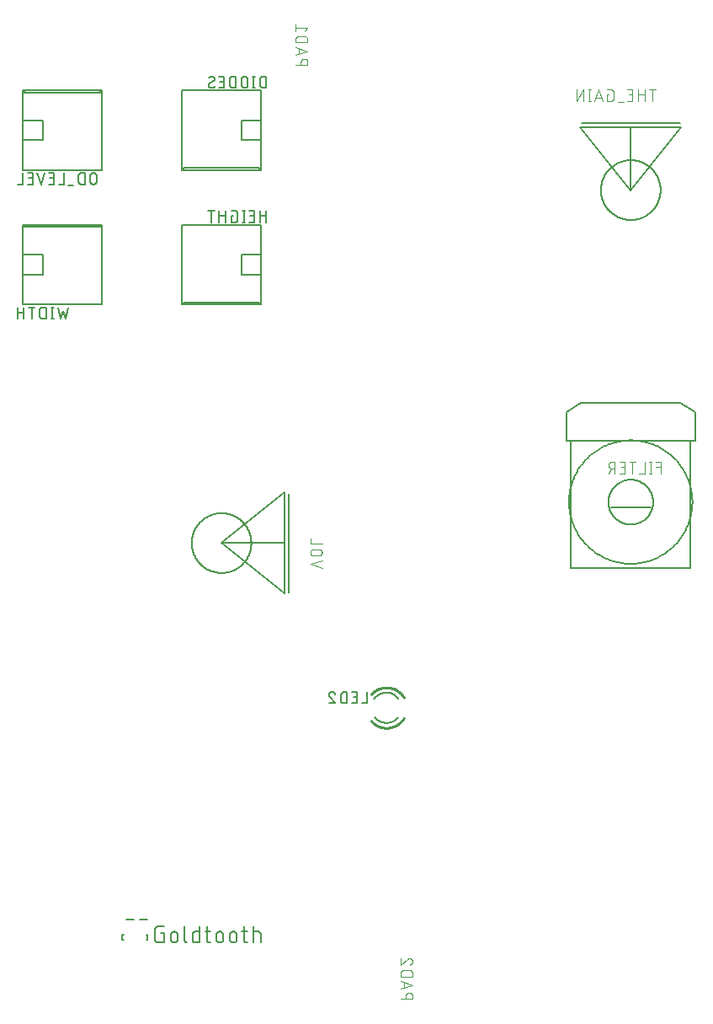
<source format=gbo>
G75*
%MOIN*%
%OFA0B0*%
%FSLAX25Y25*%
%IPPOS*%
%LPD*%
%AMOC8*
5,1,8,0,0,1.08239X$1,22.5*
%
%ADD10C,0.00600*%
%ADD11C,0.00500*%
%ADD12C,0.01000*%
%ADD13C,0.00800*%
%ADD14C,0.00400*%
%ADD15C,0.00787*%
D10*
X0104748Y0045300D02*
X0105248Y0045300D01*
X0104748Y0045300D02*
X0104748Y0047300D01*
X0105248Y0047300D01*
X0114248Y0047300D02*
X0114748Y0047300D01*
X0114748Y0045300D01*
X0114248Y0045300D01*
X0117548Y0045522D02*
X0117548Y0049078D01*
X0117550Y0049152D01*
X0117556Y0049227D01*
X0117566Y0049300D01*
X0117579Y0049374D01*
X0117596Y0049446D01*
X0117618Y0049517D01*
X0117642Y0049588D01*
X0117671Y0049656D01*
X0117703Y0049724D01*
X0117739Y0049789D01*
X0117777Y0049852D01*
X0117820Y0049914D01*
X0117865Y0049973D01*
X0117913Y0050029D01*
X0117964Y0050084D01*
X0118018Y0050135D01*
X0118075Y0050183D01*
X0118134Y0050228D01*
X0118196Y0050271D01*
X0118259Y0050309D01*
X0118324Y0050345D01*
X0118392Y0050377D01*
X0118460Y0050406D01*
X0118531Y0050430D01*
X0118602Y0050452D01*
X0118674Y0050469D01*
X0118748Y0050482D01*
X0118821Y0050492D01*
X0118896Y0050498D01*
X0118970Y0050500D01*
X0121104Y0050500D01*
X0121104Y0047656D02*
X0121104Y0044100D01*
X0118970Y0044100D01*
X0118896Y0044102D01*
X0118821Y0044108D01*
X0118748Y0044118D01*
X0118674Y0044131D01*
X0118602Y0044148D01*
X0118531Y0044170D01*
X0118460Y0044194D01*
X0118392Y0044223D01*
X0118324Y0044255D01*
X0118259Y0044291D01*
X0118196Y0044329D01*
X0118134Y0044372D01*
X0118075Y0044417D01*
X0118018Y0044465D01*
X0117964Y0044516D01*
X0117913Y0044570D01*
X0117865Y0044627D01*
X0117820Y0044686D01*
X0117777Y0044748D01*
X0117739Y0044811D01*
X0117703Y0044876D01*
X0117671Y0044944D01*
X0117642Y0045012D01*
X0117618Y0045083D01*
X0117596Y0045154D01*
X0117579Y0045226D01*
X0117566Y0045300D01*
X0117556Y0045373D01*
X0117550Y0045448D01*
X0117548Y0045522D01*
X0120037Y0047656D02*
X0121104Y0047656D01*
X0123852Y0046944D02*
X0123852Y0045522D01*
X0123853Y0045522D02*
X0123855Y0045448D01*
X0123861Y0045373D01*
X0123871Y0045300D01*
X0123884Y0045226D01*
X0123901Y0045154D01*
X0123923Y0045083D01*
X0123947Y0045012D01*
X0123976Y0044944D01*
X0124008Y0044876D01*
X0124044Y0044811D01*
X0124082Y0044748D01*
X0124125Y0044686D01*
X0124170Y0044627D01*
X0124218Y0044570D01*
X0124269Y0044516D01*
X0124323Y0044465D01*
X0124380Y0044417D01*
X0124439Y0044372D01*
X0124501Y0044329D01*
X0124564Y0044291D01*
X0124629Y0044255D01*
X0124697Y0044223D01*
X0124765Y0044194D01*
X0124836Y0044170D01*
X0124907Y0044148D01*
X0124979Y0044131D01*
X0125053Y0044118D01*
X0125126Y0044108D01*
X0125201Y0044102D01*
X0125275Y0044100D01*
X0125349Y0044102D01*
X0125424Y0044108D01*
X0125497Y0044118D01*
X0125571Y0044131D01*
X0125643Y0044148D01*
X0125714Y0044170D01*
X0125785Y0044194D01*
X0125853Y0044223D01*
X0125921Y0044255D01*
X0125986Y0044291D01*
X0126049Y0044329D01*
X0126111Y0044372D01*
X0126170Y0044417D01*
X0126227Y0044465D01*
X0126281Y0044516D01*
X0126332Y0044570D01*
X0126380Y0044627D01*
X0126425Y0044686D01*
X0126468Y0044748D01*
X0126506Y0044811D01*
X0126542Y0044876D01*
X0126574Y0044944D01*
X0126603Y0045012D01*
X0126627Y0045083D01*
X0126649Y0045154D01*
X0126666Y0045226D01*
X0126679Y0045300D01*
X0126689Y0045373D01*
X0126695Y0045448D01*
X0126697Y0045522D01*
X0126697Y0046944D01*
X0126695Y0047018D01*
X0126689Y0047093D01*
X0126679Y0047166D01*
X0126666Y0047240D01*
X0126649Y0047312D01*
X0126627Y0047383D01*
X0126603Y0047454D01*
X0126574Y0047522D01*
X0126542Y0047590D01*
X0126506Y0047655D01*
X0126468Y0047718D01*
X0126425Y0047780D01*
X0126380Y0047839D01*
X0126332Y0047896D01*
X0126281Y0047950D01*
X0126227Y0048001D01*
X0126170Y0048049D01*
X0126111Y0048094D01*
X0126049Y0048137D01*
X0125986Y0048175D01*
X0125921Y0048211D01*
X0125853Y0048243D01*
X0125785Y0048272D01*
X0125714Y0048296D01*
X0125643Y0048318D01*
X0125571Y0048335D01*
X0125497Y0048348D01*
X0125424Y0048358D01*
X0125349Y0048364D01*
X0125275Y0048366D01*
X0125201Y0048364D01*
X0125126Y0048358D01*
X0125053Y0048348D01*
X0124979Y0048335D01*
X0124907Y0048318D01*
X0124836Y0048296D01*
X0124765Y0048272D01*
X0124697Y0048243D01*
X0124629Y0048211D01*
X0124564Y0048175D01*
X0124501Y0048137D01*
X0124439Y0048094D01*
X0124380Y0048049D01*
X0124323Y0048001D01*
X0124269Y0047950D01*
X0124218Y0047896D01*
X0124170Y0047839D01*
X0124125Y0047780D01*
X0124082Y0047718D01*
X0124044Y0047655D01*
X0124008Y0047590D01*
X0123976Y0047522D01*
X0123947Y0047454D01*
X0123923Y0047383D01*
X0123901Y0047312D01*
X0123884Y0047240D01*
X0123871Y0047166D01*
X0123861Y0047093D01*
X0123855Y0047018D01*
X0123853Y0046944D01*
X0129279Y0045167D02*
X0129279Y0050500D01*
X0132439Y0047300D02*
X0132439Y0045167D01*
X0132441Y0045103D01*
X0132447Y0045038D01*
X0132456Y0044975D01*
X0132470Y0044912D01*
X0132487Y0044850D01*
X0132508Y0044789D01*
X0132533Y0044729D01*
X0132561Y0044671D01*
X0132593Y0044615D01*
X0132628Y0044561D01*
X0132666Y0044509D01*
X0132707Y0044459D01*
X0132752Y0044413D01*
X0132798Y0044368D01*
X0132848Y0044327D01*
X0132900Y0044289D01*
X0132954Y0044254D01*
X0133010Y0044222D01*
X0133068Y0044194D01*
X0133128Y0044169D01*
X0133189Y0044148D01*
X0133251Y0044131D01*
X0133314Y0044117D01*
X0133377Y0044108D01*
X0133442Y0044102D01*
X0133506Y0044100D01*
X0135284Y0044100D01*
X0135284Y0050500D01*
X0135284Y0048367D02*
X0133506Y0048367D01*
X0133442Y0048365D01*
X0133377Y0048359D01*
X0133314Y0048350D01*
X0133251Y0048336D01*
X0133189Y0048319D01*
X0133128Y0048298D01*
X0133068Y0048273D01*
X0133010Y0048245D01*
X0132954Y0048213D01*
X0132900Y0048178D01*
X0132848Y0048140D01*
X0132798Y0048099D01*
X0132752Y0048054D01*
X0132707Y0048008D01*
X0132666Y0047958D01*
X0132628Y0047906D01*
X0132593Y0047852D01*
X0132561Y0047796D01*
X0132533Y0047738D01*
X0132508Y0047678D01*
X0132487Y0047617D01*
X0132470Y0047555D01*
X0132456Y0047492D01*
X0132447Y0047429D01*
X0132441Y0047364D01*
X0132439Y0047300D01*
X0129279Y0045167D02*
X0129281Y0045103D01*
X0129287Y0045038D01*
X0129296Y0044975D01*
X0129310Y0044912D01*
X0129327Y0044850D01*
X0129348Y0044789D01*
X0129373Y0044729D01*
X0129401Y0044671D01*
X0129433Y0044615D01*
X0129468Y0044561D01*
X0129506Y0044509D01*
X0129547Y0044459D01*
X0129592Y0044413D01*
X0129638Y0044368D01*
X0129688Y0044327D01*
X0129740Y0044289D01*
X0129794Y0044254D01*
X0129850Y0044222D01*
X0129908Y0044194D01*
X0129968Y0044169D01*
X0130029Y0044148D01*
X0130091Y0044131D01*
X0130154Y0044117D01*
X0130217Y0044108D01*
X0130282Y0044102D01*
X0130346Y0044100D01*
X0137496Y0048367D02*
X0139629Y0048367D01*
X0138207Y0050500D02*
X0138207Y0045167D01*
X0138209Y0045103D01*
X0138215Y0045038D01*
X0138224Y0044975D01*
X0138238Y0044912D01*
X0138255Y0044850D01*
X0138276Y0044789D01*
X0138301Y0044729D01*
X0138329Y0044671D01*
X0138361Y0044615D01*
X0138396Y0044561D01*
X0138434Y0044509D01*
X0138475Y0044459D01*
X0138520Y0044413D01*
X0138566Y0044368D01*
X0138616Y0044327D01*
X0138668Y0044289D01*
X0138722Y0044254D01*
X0138778Y0044222D01*
X0138836Y0044194D01*
X0138896Y0044169D01*
X0138957Y0044148D01*
X0139019Y0044131D01*
X0139082Y0044117D01*
X0139145Y0044108D01*
X0139210Y0044102D01*
X0139274Y0044100D01*
X0139629Y0044100D01*
X0141904Y0045522D02*
X0141904Y0046944D01*
X0141905Y0046944D02*
X0141907Y0047018D01*
X0141913Y0047093D01*
X0141923Y0047166D01*
X0141936Y0047240D01*
X0141953Y0047312D01*
X0141975Y0047383D01*
X0141999Y0047454D01*
X0142028Y0047522D01*
X0142060Y0047590D01*
X0142096Y0047655D01*
X0142134Y0047718D01*
X0142177Y0047780D01*
X0142222Y0047839D01*
X0142270Y0047896D01*
X0142321Y0047950D01*
X0142375Y0048001D01*
X0142432Y0048049D01*
X0142491Y0048094D01*
X0142553Y0048137D01*
X0142616Y0048175D01*
X0142681Y0048211D01*
X0142749Y0048243D01*
X0142817Y0048272D01*
X0142888Y0048296D01*
X0142959Y0048318D01*
X0143031Y0048335D01*
X0143105Y0048348D01*
X0143178Y0048358D01*
X0143253Y0048364D01*
X0143327Y0048366D01*
X0143401Y0048364D01*
X0143476Y0048358D01*
X0143549Y0048348D01*
X0143623Y0048335D01*
X0143695Y0048318D01*
X0143766Y0048296D01*
X0143837Y0048272D01*
X0143905Y0048243D01*
X0143973Y0048211D01*
X0144038Y0048175D01*
X0144101Y0048137D01*
X0144163Y0048094D01*
X0144222Y0048049D01*
X0144279Y0048001D01*
X0144333Y0047950D01*
X0144384Y0047896D01*
X0144432Y0047839D01*
X0144477Y0047780D01*
X0144520Y0047718D01*
X0144558Y0047655D01*
X0144594Y0047590D01*
X0144626Y0047522D01*
X0144655Y0047454D01*
X0144679Y0047383D01*
X0144701Y0047312D01*
X0144718Y0047240D01*
X0144731Y0047166D01*
X0144741Y0047093D01*
X0144747Y0047018D01*
X0144749Y0046944D01*
X0144749Y0045522D01*
X0144747Y0045448D01*
X0144741Y0045373D01*
X0144731Y0045300D01*
X0144718Y0045226D01*
X0144701Y0045154D01*
X0144679Y0045083D01*
X0144655Y0045012D01*
X0144626Y0044944D01*
X0144594Y0044876D01*
X0144558Y0044811D01*
X0144520Y0044748D01*
X0144477Y0044686D01*
X0144432Y0044627D01*
X0144384Y0044570D01*
X0144333Y0044516D01*
X0144279Y0044465D01*
X0144222Y0044417D01*
X0144163Y0044372D01*
X0144101Y0044329D01*
X0144038Y0044291D01*
X0143973Y0044255D01*
X0143905Y0044223D01*
X0143837Y0044194D01*
X0143766Y0044170D01*
X0143695Y0044148D01*
X0143623Y0044131D01*
X0143549Y0044118D01*
X0143476Y0044108D01*
X0143401Y0044102D01*
X0143327Y0044100D01*
X0143253Y0044102D01*
X0143178Y0044108D01*
X0143105Y0044118D01*
X0143031Y0044131D01*
X0142959Y0044148D01*
X0142888Y0044170D01*
X0142817Y0044194D01*
X0142749Y0044223D01*
X0142681Y0044255D01*
X0142616Y0044291D01*
X0142553Y0044329D01*
X0142491Y0044372D01*
X0142432Y0044417D01*
X0142375Y0044465D01*
X0142321Y0044516D01*
X0142270Y0044570D01*
X0142222Y0044627D01*
X0142177Y0044686D01*
X0142134Y0044748D01*
X0142096Y0044811D01*
X0142060Y0044876D01*
X0142028Y0044944D01*
X0141999Y0045012D01*
X0141975Y0045083D01*
X0141953Y0045154D01*
X0141936Y0045226D01*
X0141923Y0045300D01*
X0141913Y0045373D01*
X0141907Y0045448D01*
X0141905Y0045522D01*
X0147238Y0045522D02*
X0147238Y0046944D01*
X0147240Y0047018D01*
X0147246Y0047093D01*
X0147256Y0047166D01*
X0147269Y0047240D01*
X0147286Y0047312D01*
X0147308Y0047383D01*
X0147332Y0047454D01*
X0147361Y0047522D01*
X0147393Y0047590D01*
X0147429Y0047655D01*
X0147467Y0047718D01*
X0147510Y0047780D01*
X0147555Y0047839D01*
X0147603Y0047896D01*
X0147654Y0047950D01*
X0147708Y0048001D01*
X0147765Y0048049D01*
X0147824Y0048094D01*
X0147886Y0048137D01*
X0147949Y0048175D01*
X0148014Y0048211D01*
X0148082Y0048243D01*
X0148150Y0048272D01*
X0148221Y0048296D01*
X0148292Y0048318D01*
X0148364Y0048335D01*
X0148438Y0048348D01*
X0148511Y0048358D01*
X0148586Y0048364D01*
X0148660Y0048366D01*
X0148734Y0048364D01*
X0148809Y0048358D01*
X0148882Y0048348D01*
X0148956Y0048335D01*
X0149028Y0048318D01*
X0149099Y0048296D01*
X0149170Y0048272D01*
X0149238Y0048243D01*
X0149306Y0048211D01*
X0149371Y0048175D01*
X0149434Y0048137D01*
X0149496Y0048094D01*
X0149555Y0048049D01*
X0149612Y0048001D01*
X0149666Y0047950D01*
X0149717Y0047896D01*
X0149765Y0047839D01*
X0149810Y0047780D01*
X0149853Y0047718D01*
X0149891Y0047655D01*
X0149927Y0047590D01*
X0149959Y0047522D01*
X0149988Y0047454D01*
X0150012Y0047383D01*
X0150034Y0047312D01*
X0150051Y0047240D01*
X0150064Y0047166D01*
X0150074Y0047093D01*
X0150080Y0047018D01*
X0150082Y0046944D01*
X0150082Y0045522D01*
X0150080Y0045448D01*
X0150074Y0045373D01*
X0150064Y0045300D01*
X0150051Y0045226D01*
X0150034Y0045154D01*
X0150012Y0045083D01*
X0149988Y0045012D01*
X0149959Y0044944D01*
X0149927Y0044876D01*
X0149891Y0044811D01*
X0149853Y0044748D01*
X0149810Y0044686D01*
X0149765Y0044627D01*
X0149717Y0044570D01*
X0149666Y0044516D01*
X0149612Y0044465D01*
X0149555Y0044417D01*
X0149496Y0044372D01*
X0149434Y0044329D01*
X0149371Y0044291D01*
X0149306Y0044255D01*
X0149238Y0044223D01*
X0149170Y0044194D01*
X0149099Y0044170D01*
X0149028Y0044148D01*
X0148956Y0044131D01*
X0148882Y0044118D01*
X0148809Y0044108D01*
X0148734Y0044102D01*
X0148660Y0044100D01*
X0148586Y0044102D01*
X0148511Y0044108D01*
X0148438Y0044118D01*
X0148364Y0044131D01*
X0148292Y0044148D01*
X0148221Y0044170D01*
X0148150Y0044194D01*
X0148082Y0044223D01*
X0148014Y0044255D01*
X0147949Y0044291D01*
X0147886Y0044329D01*
X0147824Y0044372D01*
X0147765Y0044417D01*
X0147708Y0044465D01*
X0147654Y0044516D01*
X0147603Y0044570D01*
X0147555Y0044627D01*
X0147510Y0044686D01*
X0147467Y0044748D01*
X0147429Y0044811D01*
X0147393Y0044876D01*
X0147361Y0044944D01*
X0147332Y0045012D01*
X0147308Y0045083D01*
X0147286Y0045154D01*
X0147269Y0045226D01*
X0147256Y0045300D01*
X0147246Y0045373D01*
X0147240Y0045448D01*
X0147238Y0045522D01*
X0152772Y0045167D02*
X0152772Y0050500D01*
X0152061Y0048367D02*
X0154194Y0048367D01*
X0156674Y0048367D02*
X0158452Y0048367D01*
X0158516Y0048365D01*
X0158581Y0048359D01*
X0158644Y0048350D01*
X0158707Y0048336D01*
X0158769Y0048319D01*
X0158830Y0048298D01*
X0158890Y0048273D01*
X0158948Y0048245D01*
X0159004Y0048213D01*
X0159058Y0048178D01*
X0159110Y0048140D01*
X0159160Y0048099D01*
X0159206Y0048054D01*
X0159251Y0048008D01*
X0159292Y0047958D01*
X0159330Y0047906D01*
X0159365Y0047852D01*
X0159397Y0047796D01*
X0159425Y0047738D01*
X0159450Y0047678D01*
X0159471Y0047617D01*
X0159488Y0047555D01*
X0159502Y0047492D01*
X0159511Y0047429D01*
X0159517Y0047364D01*
X0159519Y0047300D01*
X0159518Y0047300D02*
X0159518Y0044100D01*
X0156674Y0044100D02*
X0156674Y0050500D01*
X0152771Y0045167D02*
X0152773Y0045103D01*
X0152779Y0045038D01*
X0152788Y0044975D01*
X0152802Y0044912D01*
X0152819Y0044850D01*
X0152840Y0044789D01*
X0152865Y0044729D01*
X0152893Y0044671D01*
X0152925Y0044615D01*
X0152960Y0044561D01*
X0152998Y0044509D01*
X0153039Y0044459D01*
X0153084Y0044413D01*
X0153130Y0044368D01*
X0153180Y0044327D01*
X0153232Y0044289D01*
X0153286Y0044254D01*
X0153342Y0044222D01*
X0153400Y0044194D01*
X0153460Y0044169D01*
X0153521Y0044148D01*
X0153583Y0044131D01*
X0153646Y0044117D01*
X0153709Y0044108D01*
X0153774Y0044102D01*
X0153838Y0044100D01*
X0154194Y0044100D01*
X0209256Y0130910D02*
X0209408Y0130912D01*
X0209559Y0130918D01*
X0209710Y0130927D01*
X0209862Y0130941D01*
X0210012Y0130958D01*
X0210162Y0130979D01*
X0210312Y0131004D01*
X0210461Y0131032D01*
X0210609Y0131065D01*
X0210756Y0131101D01*
X0210903Y0131140D01*
X0211048Y0131184D01*
X0211192Y0131231D01*
X0211335Y0131282D01*
X0211476Y0131336D01*
X0211617Y0131394D01*
X0211755Y0131455D01*
X0211892Y0131520D01*
X0212028Y0131589D01*
X0212161Y0131660D01*
X0212293Y0131735D01*
X0212423Y0131814D01*
X0212550Y0131895D01*
X0212676Y0131980D01*
X0212800Y0132068D01*
X0212921Y0132159D01*
X0213040Y0132253D01*
X0213156Y0132351D01*
X0213270Y0132451D01*
X0213382Y0132553D01*
X0213490Y0132659D01*
X0213596Y0132767D01*
X0213700Y0132878D01*
X0213800Y0132992D01*
X0213898Y0133108D01*
X0213992Y0133227D01*
X0209256Y0142910D02*
X0209102Y0142908D01*
X0208948Y0142902D01*
X0208794Y0142892D01*
X0208640Y0142878D01*
X0208487Y0142861D01*
X0208335Y0142839D01*
X0208183Y0142813D01*
X0208031Y0142784D01*
X0207881Y0142750D01*
X0207731Y0142713D01*
X0207583Y0142672D01*
X0207435Y0142627D01*
X0207289Y0142578D01*
X0207144Y0142526D01*
X0207001Y0142470D01*
X0206858Y0142410D01*
X0206718Y0142347D01*
X0206579Y0142280D01*
X0206442Y0142209D01*
X0206307Y0142135D01*
X0206174Y0142058D01*
X0206042Y0141977D01*
X0205913Y0141893D01*
X0205786Y0141805D01*
X0205662Y0141714D01*
X0205540Y0141621D01*
X0205420Y0141523D01*
X0205303Y0141423D01*
X0205188Y0141320D01*
X0205076Y0141214D01*
X0204967Y0141106D01*
X0204861Y0140994D01*
X0204757Y0140880D01*
X0204657Y0140763D01*
X0204559Y0140644D01*
X0204465Y0140522D01*
X0204374Y0140397D01*
X0209256Y0142910D02*
X0209406Y0142908D01*
X0209557Y0142902D01*
X0209707Y0142893D01*
X0209856Y0142880D01*
X0210006Y0142863D01*
X0210155Y0142842D01*
X0210303Y0142818D01*
X0210451Y0142790D01*
X0210598Y0142758D01*
X0210744Y0142723D01*
X0210889Y0142683D01*
X0211033Y0142641D01*
X0211176Y0142594D01*
X0211318Y0142544D01*
X0211459Y0142491D01*
X0211598Y0142434D01*
X0211736Y0142374D01*
X0211872Y0142310D01*
X0212006Y0142243D01*
X0212139Y0142172D01*
X0212270Y0142098D01*
X0212399Y0142021D01*
X0212526Y0141940D01*
X0212651Y0141857D01*
X0212774Y0141770D01*
X0212895Y0141681D01*
X0213013Y0141588D01*
X0213129Y0141492D01*
X0213243Y0141394D01*
X0213354Y0141293D01*
X0213463Y0141188D01*
X0213568Y0141082D01*
X0213672Y0140972D01*
X0213772Y0140860D01*
X0213870Y0140746D01*
X0213964Y0140629D01*
X0214056Y0140510D01*
X0209256Y0130910D02*
X0209104Y0130912D01*
X0208953Y0130918D01*
X0208802Y0130927D01*
X0208650Y0130941D01*
X0208500Y0130958D01*
X0208350Y0130979D01*
X0208200Y0131004D01*
X0208051Y0131032D01*
X0207903Y0131065D01*
X0207756Y0131101D01*
X0207609Y0131140D01*
X0207464Y0131184D01*
X0207320Y0131231D01*
X0207177Y0131282D01*
X0207036Y0131336D01*
X0206895Y0131394D01*
X0206757Y0131455D01*
X0206620Y0131520D01*
X0206484Y0131589D01*
X0206351Y0131660D01*
X0206219Y0131735D01*
X0206089Y0131814D01*
X0205962Y0131895D01*
X0205836Y0131980D01*
X0205712Y0132068D01*
X0205591Y0132159D01*
X0205472Y0132253D01*
X0205356Y0132351D01*
X0205242Y0132451D01*
X0205130Y0132553D01*
X0205022Y0132659D01*
X0204916Y0132767D01*
X0204812Y0132878D01*
X0204712Y0132992D01*
X0204614Y0133108D01*
X0204520Y0133227D01*
X0159728Y0296359D02*
X0158980Y0296359D01*
X0128980Y0296359D01*
X0128232Y0296359D01*
X0128232Y0327855D01*
X0128232Y0349509D02*
X0128980Y0349509D01*
X0158980Y0349509D01*
X0158980Y0350320D01*
X0128980Y0350320D01*
X0128980Y0349509D01*
X0128232Y0349509D02*
X0128232Y0381005D01*
X0151854Y0369194D02*
X0151854Y0361320D01*
X0159728Y0361320D01*
X0159728Y0349509D01*
X0158980Y0349509D01*
X0159728Y0361320D02*
X0159728Y0369194D01*
X0159728Y0381005D01*
X0159728Y0369194D02*
X0151854Y0369194D01*
X0159728Y0327855D02*
X0159728Y0316044D01*
X0159728Y0308170D01*
X0159728Y0296359D01*
X0158980Y0296359D02*
X0158980Y0297170D01*
X0128980Y0297170D01*
X0128980Y0296359D01*
X0151854Y0308170D02*
X0159728Y0308170D01*
X0151854Y0308170D02*
X0151854Y0316044D01*
X0159728Y0316044D01*
X0096736Y0327855D02*
X0096736Y0296359D01*
X0073114Y0308170D02*
X0073114Y0316044D01*
X0065240Y0316044D01*
X0065240Y0327855D01*
X0065988Y0327855D01*
X0095988Y0327855D01*
X0096736Y0327855D01*
X0095988Y0327855D02*
X0095988Y0327044D01*
X0065988Y0327044D01*
X0065988Y0327855D01*
X0065240Y0316044D02*
X0065240Y0308170D01*
X0065240Y0296359D01*
X0065240Y0308170D02*
X0073114Y0308170D01*
X0065240Y0349509D02*
X0065240Y0361320D01*
X0065240Y0369194D01*
X0065240Y0381005D01*
X0065988Y0381005D01*
X0095988Y0381005D01*
X0096736Y0381005D01*
X0096736Y0349509D01*
X0073114Y0361320D02*
X0073114Y0369194D01*
X0065240Y0369194D01*
X0065240Y0361320D02*
X0073114Y0361320D01*
X0065988Y0380194D02*
X0095988Y0380194D01*
X0095988Y0381005D01*
X0065988Y0381005D02*
X0065988Y0380194D01*
D11*
X0065240Y0349509D02*
X0096736Y0349509D01*
X0094498Y0347194D02*
X0094498Y0345194D01*
X0094496Y0345125D01*
X0094490Y0345056D01*
X0094481Y0344988D01*
X0094468Y0344921D01*
X0094451Y0344854D01*
X0094430Y0344788D01*
X0094406Y0344724D01*
X0094378Y0344661D01*
X0094347Y0344599D01*
X0094313Y0344539D01*
X0094275Y0344482D01*
X0094234Y0344426D01*
X0094191Y0344373D01*
X0094144Y0344322D01*
X0094095Y0344274D01*
X0094043Y0344229D01*
X0093988Y0344187D01*
X0093932Y0344148D01*
X0093873Y0344111D01*
X0093812Y0344079D01*
X0093750Y0344049D01*
X0093686Y0344023D01*
X0093621Y0344001D01*
X0093555Y0343982D01*
X0093488Y0343967D01*
X0093420Y0343956D01*
X0093351Y0343948D01*
X0093282Y0343944D01*
X0093214Y0343944D01*
X0093145Y0343948D01*
X0093076Y0343956D01*
X0093008Y0343967D01*
X0092941Y0343982D01*
X0092875Y0344001D01*
X0092810Y0344023D01*
X0092746Y0344049D01*
X0092684Y0344079D01*
X0092623Y0344111D01*
X0092564Y0344148D01*
X0092508Y0344187D01*
X0092453Y0344229D01*
X0092401Y0344274D01*
X0092352Y0344322D01*
X0092305Y0344373D01*
X0092262Y0344426D01*
X0092221Y0344482D01*
X0092183Y0344539D01*
X0092149Y0344599D01*
X0092118Y0344661D01*
X0092090Y0344724D01*
X0092066Y0344788D01*
X0092045Y0344854D01*
X0092028Y0344921D01*
X0092015Y0344988D01*
X0092006Y0345056D01*
X0092000Y0345125D01*
X0091998Y0345194D01*
X0091998Y0347194D01*
X0092000Y0347263D01*
X0092006Y0347332D01*
X0092015Y0347400D01*
X0092028Y0347467D01*
X0092045Y0347534D01*
X0092066Y0347600D01*
X0092090Y0347664D01*
X0092118Y0347727D01*
X0092149Y0347789D01*
X0092183Y0347849D01*
X0092221Y0347906D01*
X0092262Y0347962D01*
X0092305Y0348015D01*
X0092352Y0348066D01*
X0092401Y0348114D01*
X0092453Y0348159D01*
X0092508Y0348201D01*
X0092564Y0348240D01*
X0092623Y0348277D01*
X0092684Y0348309D01*
X0092746Y0348339D01*
X0092810Y0348365D01*
X0092875Y0348387D01*
X0092941Y0348406D01*
X0093008Y0348421D01*
X0093076Y0348432D01*
X0093145Y0348440D01*
X0093214Y0348444D01*
X0093282Y0348444D01*
X0093351Y0348440D01*
X0093420Y0348432D01*
X0093488Y0348421D01*
X0093555Y0348406D01*
X0093621Y0348387D01*
X0093686Y0348365D01*
X0093750Y0348339D01*
X0093812Y0348309D01*
X0093873Y0348277D01*
X0093932Y0348240D01*
X0093988Y0348201D01*
X0094043Y0348159D01*
X0094095Y0348114D01*
X0094144Y0348066D01*
X0094191Y0348015D01*
X0094234Y0347962D01*
X0094275Y0347906D01*
X0094313Y0347849D01*
X0094347Y0347789D01*
X0094378Y0347727D01*
X0094406Y0347664D01*
X0094430Y0347600D01*
X0094451Y0347534D01*
X0094468Y0347467D01*
X0094481Y0347400D01*
X0094490Y0347332D01*
X0094496Y0347263D01*
X0094498Y0347194D01*
X0089848Y0348444D02*
X0089848Y0343944D01*
X0088598Y0343944D01*
X0088530Y0343946D01*
X0088463Y0343951D01*
X0088396Y0343960D01*
X0088329Y0343973D01*
X0088264Y0343990D01*
X0088199Y0344009D01*
X0088135Y0344033D01*
X0088073Y0344060D01*
X0088012Y0344090D01*
X0087954Y0344123D01*
X0087897Y0344159D01*
X0087842Y0344199D01*
X0087789Y0344241D01*
X0087738Y0344287D01*
X0087691Y0344334D01*
X0087645Y0344385D01*
X0087603Y0344438D01*
X0087563Y0344493D01*
X0087527Y0344550D01*
X0087494Y0344608D01*
X0087464Y0344669D01*
X0087437Y0344731D01*
X0087413Y0344795D01*
X0087394Y0344860D01*
X0087377Y0344925D01*
X0087364Y0344992D01*
X0087355Y0345059D01*
X0087350Y0345126D01*
X0087348Y0345194D01*
X0087348Y0347194D01*
X0087350Y0347262D01*
X0087355Y0347329D01*
X0087364Y0347396D01*
X0087377Y0347463D01*
X0087394Y0347528D01*
X0087413Y0347593D01*
X0087437Y0347657D01*
X0087464Y0347719D01*
X0087494Y0347780D01*
X0087527Y0347838D01*
X0087563Y0347895D01*
X0087603Y0347950D01*
X0087645Y0348003D01*
X0087691Y0348054D01*
X0087738Y0348101D01*
X0087789Y0348147D01*
X0087842Y0348189D01*
X0087897Y0348229D01*
X0087954Y0348265D01*
X0088012Y0348298D01*
X0088073Y0348328D01*
X0088135Y0348355D01*
X0088199Y0348379D01*
X0088264Y0348398D01*
X0088329Y0348415D01*
X0088396Y0348428D01*
X0088463Y0348437D01*
X0088530Y0348442D01*
X0088598Y0348444D01*
X0089848Y0348444D01*
X0085398Y0343444D02*
X0083398Y0343444D01*
X0081438Y0343944D02*
X0079438Y0343944D01*
X0077538Y0343944D02*
X0077538Y0348444D01*
X0075538Y0348444D01*
X0074048Y0348444D02*
X0072548Y0343944D01*
X0071048Y0348444D01*
X0069138Y0348444D02*
X0067138Y0348444D01*
X0065238Y0348444D02*
X0065238Y0343944D01*
X0063238Y0343944D01*
X0067138Y0343944D02*
X0069138Y0343944D01*
X0069138Y0348444D01*
X0069138Y0346444D02*
X0067638Y0346444D01*
X0075538Y0343944D02*
X0077538Y0343944D01*
X0077538Y0346444D02*
X0076038Y0346444D01*
X0081438Y0348444D02*
X0081438Y0343944D01*
X0128232Y0327855D02*
X0159728Y0327855D01*
X0159230Y0328920D02*
X0159230Y0333420D01*
X0159230Y0331420D02*
X0161730Y0331420D01*
X0161730Y0333420D02*
X0161730Y0328920D01*
X0156920Y0328920D02*
X0156920Y0333420D01*
X0154920Y0333420D01*
X0153330Y0333420D02*
X0152330Y0333420D01*
X0152830Y0333420D02*
X0152830Y0328920D01*
X0153330Y0328920D02*
X0152330Y0328920D01*
X0150330Y0329920D02*
X0150330Y0332420D01*
X0150328Y0332480D01*
X0150323Y0332541D01*
X0150314Y0332600D01*
X0150301Y0332659D01*
X0150285Y0332718D01*
X0150265Y0332775D01*
X0150242Y0332830D01*
X0150215Y0332885D01*
X0150186Y0332937D01*
X0150153Y0332988D01*
X0150117Y0333037D01*
X0150079Y0333083D01*
X0150037Y0333127D01*
X0149993Y0333169D01*
X0149947Y0333207D01*
X0149898Y0333243D01*
X0149847Y0333276D01*
X0149795Y0333305D01*
X0149740Y0333332D01*
X0149685Y0333355D01*
X0149628Y0333375D01*
X0149569Y0333391D01*
X0149510Y0333404D01*
X0149451Y0333413D01*
X0149390Y0333418D01*
X0149330Y0333420D01*
X0147830Y0333420D01*
X0147830Y0331420D02*
X0147830Y0328920D01*
X0149330Y0328920D01*
X0149390Y0328922D01*
X0149451Y0328927D01*
X0149510Y0328936D01*
X0149569Y0328949D01*
X0149628Y0328965D01*
X0149685Y0328985D01*
X0149740Y0329008D01*
X0149795Y0329035D01*
X0149847Y0329064D01*
X0149898Y0329097D01*
X0149947Y0329133D01*
X0149993Y0329171D01*
X0150037Y0329213D01*
X0150079Y0329257D01*
X0150117Y0329303D01*
X0150153Y0329352D01*
X0150186Y0329403D01*
X0150215Y0329455D01*
X0150242Y0329510D01*
X0150265Y0329565D01*
X0150285Y0329622D01*
X0150301Y0329681D01*
X0150314Y0329740D01*
X0150323Y0329799D01*
X0150328Y0329860D01*
X0150330Y0329920D01*
X0148580Y0331420D02*
X0147830Y0331420D01*
X0145530Y0331420D02*
X0143030Y0331420D01*
X0143030Y0333420D02*
X0143030Y0328920D01*
X0145530Y0328920D02*
X0145530Y0333420D01*
X0141180Y0333420D02*
X0138680Y0333420D01*
X0139930Y0333420D02*
X0139930Y0328920D01*
X0154920Y0328920D02*
X0156920Y0328920D01*
X0156920Y0331420D02*
X0155420Y0331420D01*
X0159728Y0381005D02*
X0128232Y0381005D01*
X0139330Y0383945D02*
X0140705Y0384695D01*
X0140205Y0386570D02*
X0140125Y0386568D01*
X0140044Y0386563D01*
X0139964Y0386554D01*
X0139885Y0386542D01*
X0139806Y0386527D01*
X0139728Y0386508D01*
X0139650Y0386486D01*
X0139574Y0386461D01*
X0139499Y0386432D01*
X0139425Y0386400D01*
X0139353Y0386365D01*
X0139282Y0386327D01*
X0139213Y0386286D01*
X0139145Y0386242D01*
X0139080Y0386195D01*
X0140706Y0384695D02*
X0140758Y0384728D01*
X0140809Y0384764D01*
X0140857Y0384803D01*
X0140902Y0384845D01*
X0140945Y0384890D01*
X0140985Y0384938D01*
X0141022Y0384987D01*
X0141056Y0385039D01*
X0141087Y0385093D01*
X0141115Y0385149D01*
X0141139Y0385206D01*
X0141159Y0385265D01*
X0141176Y0385324D01*
X0141189Y0385385D01*
X0141198Y0385446D01*
X0141204Y0385508D01*
X0141206Y0385570D01*
X0141205Y0385570D02*
X0141203Y0385630D01*
X0141198Y0385691D01*
X0141189Y0385750D01*
X0141176Y0385809D01*
X0141160Y0385868D01*
X0141140Y0385925D01*
X0141117Y0385980D01*
X0141090Y0386035D01*
X0141061Y0386087D01*
X0141028Y0386138D01*
X0140992Y0386187D01*
X0140954Y0386233D01*
X0140912Y0386277D01*
X0140868Y0386319D01*
X0140822Y0386357D01*
X0140773Y0386393D01*
X0140722Y0386426D01*
X0140670Y0386455D01*
X0140615Y0386482D01*
X0140560Y0386505D01*
X0140503Y0386525D01*
X0140444Y0386541D01*
X0140385Y0386554D01*
X0140326Y0386563D01*
X0140265Y0386568D01*
X0140205Y0386570D01*
X0141330Y0382694D02*
X0141267Y0382633D01*
X0141202Y0382575D01*
X0141134Y0382519D01*
X0141063Y0382466D01*
X0140991Y0382417D01*
X0140917Y0382370D01*
X0140841Y0382326D01*
X0140763Y0382286D01*
X0140683Y0382249D01*
X0140602Y0382215D01*
X0140520Y0382185D01*
X0140436Y0382158D01*
X0140351Y0382134D01*
X0140266Y0382114D01*
X0140180Y0382098D01*
X0140093Y0382085D01*
X0140005Y0382076D01*
X0139918Y0382071D01*
X0139830Y0382069D01*
X0139830Y0382070D02*
X0139770Y0382072D01*
X0139709Y0382077D01*
X0139650Y0382086D01*
X0139591Y0382099D01*
X0139532Y0382115D01*
X0139475Y0382135D01*
X0139420Y0382158D01*
X0139365Y0382185D01*
X0139313Y0382214D01*
X0139262Y0382247D01*
X0139213Y0382283D01*
X0139167Y0382321D01*
X0139123Y0382363D01*
X0139081Y0382407D01*
X0139043Y0382453D01*
X0139007Y0382502D01*
X0138974Y0382553D01*
X0138945Y0382605D01*
X0138918Y0382660D01*
X0138895Y0382715D01*
X0138875Y0382772D01*
X0138859Y0382831D01*
X0138846Y0382890D01*
X0138837Y0382949D01*
X0138832Y0383010D01*
X0138830Y0383070D01*
X0138832Y0383132D01*
X0138838Y0383194D01*
X0138847Y0383255D01*
X0138860Y0383316D01*
X0138877Y0383375D01*
X0138897Y0383434D01*
X0138921Y0383491D01*
X0138949Y0383547D01*
X0138980Y0383601D01*
X0139014Y0383653D01*
X0139051Y0383702D01*
X0139091Y0383750D01*
X0139134Y0383795D01*
X0139179Y0383837D01*
X0139227Y0383876D01*
X0139278Y0383912D01*
X0139330Y0383945D01*
X0142920Y0382070D02*
X0144920Y0382070D01*
X0144920Y0386570D01*
X0142920Y0386570D01*
X0143420Y0384570D02*
X0144920Y0384570D01*
X0147230Y0385320D02*
X0147230Y0383320D01*
X0147232Y0383252D01*
X0147237Y0383185D01*
X0147246Y0383118D01*
X0147259Y0383051D01*
X0147276Y0382986D01*
X0147295Y0382921D01*
X0147319Y0382857D01*
X0147346Y0382795D01*
X0147376Y0382734D01*
X0147409Y0382676D01*
X0147445Y0382619D01*
X0147485Y0382564D01*
X0147527Y0382511D01*
X0147573Y0382460D01*
X0147620Y0382413D01*
X0147671Y0382367D01*
X0147724Y0382325D01*
X0147779Y0382285D01*
X0147836Y0382249D01*
X0147894Y0382216D01*
X0147955Y0382186D01*
X0148017Y0382159D01*
X0148081Y0382135D01*
X0148146Y0382116D01*
X0148211Y0382099D01*
X0148278Y0382086D01*
X0148345Y0382077D01*
X0148412Y0382072D01*
X0148480Y0382070D01*
X0149730Y0382070D01*
X0149730Y0386570D01*
X0148480Y0386570D01*
X0148412Y0386568D01*
X0148345Y0386563D01*
X0148278Y0386554D01*
X0148211Y0386541D01*
X0148146Y0386524D01*
X0148081Y0386505D01*
X0148017Y0386481D01*
X0147955Y0386454D01*
X0147894Y0386424D01*
X0147836Y0386391D01*
X0147779Y0386355D01*
X0147724Y0386315D01*
X0147671Y0386273D01*
X0147620Y0386227D01*
X0147573Y0386180D01*
X0147527Y0386129D01*
X0147485Y0386076D01*
X0147445Y0386021D01*
X0147409Y0385964D01*
X0147376Y0385906D01*
X0147346Y0385845D01*
X0147319Y0385783D01*
X0147295Y0385719D01*
X0147276Y0385654D01*
X0147259Y0385589D01*
X0147246Y0385522D01*
X0147237Y0385455D01*
X0147232Y0385388D01*
X0147230Y0385320D01*
X0151880Y0385320D02*
X0151880Y0383320D01*
X0151882Y0383251D01*
X0151888Y0383182D01*
X0151897Y0383114D01*
X0151910Y0383047D01*
X0151927Y0382980D01*
X0151948Y0382914D01*
X0151972Y0382850D01*
X0152000Y0382787D01*
X0152031Y0382725D01*
X0152065Y0382665D01*
X0152103Y0382608D01*
X0152144Y0382552D01*
X0152187Y0382499D01*
X0152234Y0382448D01*
X0152283Y0382400D01*
X0152335Y0382355D01*
X0152390Y0382313D01*
X0152446Y0382274D01*
X0152505Y0382237D01*
X0152566Y0382205D01*
X0152628Y0382175D01*
X0152692Y0382149D01*
X0152757Y0382127D01*
X0152823Y0382108D01*
X0152890Y0382093D01*
X0152958Y0382082D01*
X0153027Y0382074D01*
X0153096Y0382070D01*
X0153164Y0382070D01*
X0153233Y0382074D01*
X0153302Y0382082D01*
X0153370Y0382093D01*
X0153437Y0382108D01*
X0153503Y0382127D01*
X0153568Y0382149D01*
X0153632Y0382175D01*
X0153694Y0382205D01*
X0153755Y0382237D01*
X0153814Y0382274D01*
X0153870Y0382313D01*
X0153925Y0382355D01*
X0153977Y0382400D01*
X0154026Y0382448D01*
X0154073Y0382499D01*
X0154116Y0382552D01*
X0154157Y0382608D01*
X0154195Y0382665D01*
X0154229Y0382725D01*
X0154260Y0382787D01*
X0154288Y0382850D01*
X0154312Y0382914D01*
X0154333Y0382980D01*
X0154350Y0383047D01*
X0154363Y0383114D01*
X0154372Y0383182D01*
X0154378Y0383251D01*
X0154380Y0383320D01*
X0154380Y0385320D01*
X0154378Y0385389D01*
X0154372Y0385458D01*
X0154363Y0385526D01*
X0154350Y0385593D01*
X0154333Y0385660D01*
X0154312Y0385726D01*
X0154288Y0385790D01*
X0154260Y0385853D01*
X0154229Y0385915D01*
X0154195Y0385975D01*
X0154157Y0386032D01*
X0154116Y0386088D01*
X0154073Y0386141D01*
X0154026Y0386192D01*
X0153977Y0386240D01*
X0153925Y0386285D01*
X0153870Y0386327D01*
X0153814Y0386366D01*
X0153755Y0386403D01*
X0153694Y0386435D01*
X0153632Y0386465D01*
X0153568Y0386491D01*
X0153503Y0386513D01*
X0153437Y0386532D01*
X0153370Y0386547D01*
X0153302Y0386558D01*
X0153233Y0386566D01*
X0153164Y0386570D01*
X0153096Y0386570D01*
X0153027Y0386566D01*
X0152958Y0386558D01*
X0152890Y0386547D01*
X0152823Y0386532D01*
X0152757Y0386513D01*
X0152692Y0386491D01*
X0152628Y0386465D01*
X0152566Y0386435D01*
X0152505Y0386403D01*
X0152446Y0386366D01*
X0152390Y0386327D01*
X0152335Y0386285D01*
X0152283Y0386240D01*
X0152234Y0386192D01*
X0152187Y0386141D01*
X0152144Y0386088D01*
X0152103Y0386032D01*
X0152065Y0385975D01*
X0152031Y0385915D01*
X0152000Y0385853D01*
X0151972Y0385790D01*
X0151948Y0385726D01*
X0151927Y0385660D01*
X0151910Y0385593D01*
X0151897Y0385526D01*
X0151888Y0385458D01*
X0151882Y0385389D01*
X0151880Y0385320D01*
X0156230Y0386570D02*
X0157230Y0386570D01*
X0156730Y0386570D02*
X0156730Y0382070D01*
X0157230Y0382070D02*
X0156230Y0382070D01*
X0159230Y0383320D02*
X0159230Y0385320D01*
X0159232Y0385388D01*
X0159237Y0385455D01*
X0159246Y0385522D01*
X0159259Y0385589D01*
X0159276Y0385654D01*
X0159295Y0385719D01*
X0159319Y0385783D01*
X0159346Y0385845D01*
X0159376Y0385906D01*
X0159409Y0385964D01*
X0159445Y0386021D01*
X0159485Y0386076D01*
X0159527Y0386129D01*
X0159573Y0386180D01*
X0159620Y0386227D01*
X0159671Y0386273D01*
X0159724Y0386315D01*
X0159779Y0386355D01*
X0159836Y0386391D01*
X0159894Y0386424D01*
X0159955Y0386454D01*
X0160017Y0386481D01*
X0160081Y0386505D01*
X0160146Y0386524D01*
X0160211Y0386541D01*
X0160278Y0386554D01*
X0160345Y0386563D01*
X0160412Y0386568D01*
X0160480Y0386570D01*
X0161730Y0386570D01*
X0161730Y0382070D01*
X0160480Y0382070D01*
X0160412Y0382072D01*
X0160345Y0382077D01*
X0160278Y0382086D01*
X0160211Y0382099D01*
X0160146Y0382116D01*
X0160081Y0382135D01*
X0160017Y0382159D01*
X0159955Y0382186D01*
X0159894Y0382216D01*
X0159836Y0382249D01*
X0159779Y0382285D01*
X0159724Y0382325D01*
X0159671Y0382367D01*
X0159620Y0382413D01*
X0159573Y0382460D01*
X0159527Y0382511D01*
X0159485Y0382564D01*
X0159445Y0382619D01*
X0159409Y0382676D01*
X0159376Y0382734D01*
X0159346Y0382795D01*
X0159319Y0382857D01*
X0159295Y0382921D01*
X0159276Y0382986D01*
X0159259Y0383051D01*
X0159246Y0383118D01*
X0159237Y0383185D01*
X0159232Y0383252D01*
X0159230Y0383320D01*
X0096736Y0296359D02*
X0065240Y0296359D01*
X0065738Y0295294D02*
X0065738Y0290794D01*
X0063238Y0290794D02*
X0063238Y0295294D01*
X0063238Y0293294D02*
X0065738Y0293294D01*
X0067588Y0295294D02*
X0070088Y0295294D01*
X0068838Y0295294D02*
X0068838Y0290794D01*
X0071938Y0292044D02*
X0071938Y0294044D01*
X0071940Y0294112D01*
X0071945Y0294179D01*
X0071954Y0294246D01*
X0071967Y0294313D01*
X0071984Y0294378D01*
X0072003Y0294443D01*
X0072027Y0294507D01*
X0072054Y0294569D01*
X0072084Y0294630D01*
X0072117Y0294688D01*
X0072153Y0294745D01*
X0072193Y0294800D01*
X0072235Y0294853D01*
X0072281Y0294904D01*
X0072328Y0294951D01*
X0072379Y0294997D01*
X0072432Y0295039D01*
X0072487Y0295079D01*
X0072544Y0295115D01*
X0072602Y0295148D01*
X0072663Y0295178D01*
X0072725Y0295205D01*
X0072789Y0295229D01*
X0072854Y0295248D01*
X0072919Y0295265D01*
X0072986Y0295278D01*
X0073053Y0295287D01*
X0073120Y0295292D01*
X0073188Y0295294D01*
X0074438Y0295294D01*
X0074438Y0290794D01*
X0073188Y0290794D01*
X0073120Y0290796D01*
X0073053Y0290801D01*
X0072986Y0290810D01*
X0072919Y0290823D01*
X0072854Y0290840D01*
X0072789Y0290859D01*
X0072725Y0290883D01*
X0072663Y0290910D01*
X0072602Y0290940D01*
X0072544Y0290973D01*
X0072487Y0291009D01*
X0072432Y0291049D01*
X0072379Y0291091D01*
X0072328Y0291137D01*
X0072281Y0291184D01*
X0072235Y0291235D01*
X0072193Y0291288D01*
X0072153Y0291343D01*
X0072117Y0291400D01*
X0072084Y0291458D01*
X0072054Y0291519D01*
X0072027Y0291581D01*
X0072003Y0291645D01*
X0071984Y0291710D01*
X0071967Y0291775D01*
X0071954Y0291842D01*
X0071945Y0291909D01*
X0071940Y0291976D01*
X0071938Y0292044D01*
X0076438Y0290794D02*
X0077438Y0290794D01*
X0076938Y0290794D02*
X0076938Y0295294D01*
X0077438Y0295294D02*
X0076438Y0295294D01*
X0079138Y0295294D02*
X0080138Y0290794D01*
X0081138Y0293794D01*
X0082138Y0290794D01*
X0083138Y0295294D01*
X0143980Y0202028D02*
X0168980Y0222028D01*
X0168980Y0202028D01*
X0168980Y0182028D01*
X0143980Y0202028D01*
X0132169Y0202028D02*
X0132173Y0202318D01*
X0132183Y0202608D01*
X0132201Y0202897D01*
X0132226Y0203186D01*
X0132258Y0203474D01*
X0132297Y0203761D01*
X0132343Y0204047D01*
X0132396Y0204332D01*
X0132456Y0204616D01*
X0132523Y0204898D01*
X0132597Y0205178D01*
X0132678Y0205457D01*
X0132765Y0205733D01*
X0132859Y0206007D01*
X0132960Y0206279D01*
X0133068Y0206548D01*
X0133182Y0206814D01*
X0133303Y0207078D01*
X0133430Y0207338D01*
X0133564Y0207596D01*
X0133703Y0207850D01*
X0133849Y0208100D01*
X0134001Y0208347D01*
X0134160Y0208590D01*
X0134324Y0208829D01*
X0134493Y0209064D01*
X0134669Y0209295D01*
X0134850Y0209521D01*
X0135037Y0209743D01*
X0135229Y0209960D01*
X0135426Y0210172D01*
X0135628Y0210380D01*
X0135836Y0210582D01*
X0136048Y0210779D01*
X0136265Y0210971D01*
X0136487Y0211158D01*
X0136713Y0211339D01*
X0136944Y0211515D01*
X0137179Y0211684D01*
X0137418Y0211848D01*
X0137661Y0212007D01*
X0137908Y0212159D01*
X0138158Y0212305D01*
X0138412Y0212444D01*
X0138670Y0212578D01*
X0138930Y0212705D01*
X0139194Y0212826D01*
X0139460Y0212940D01*
X0139729Y0213048D01*
X0140001Y0213149D01*
X0140275Y0213243D01*
X0140551Y0213330D01*
X0140830Y0213411D01*
X0141110Y0213485D01*
X0141392Y0213552D01*
X0141676Y0213612D01*
X0141961Y0213665D01*
X0142247Y0213711D01*
X0142534Y0213750D01*
X0142822Y0213782D01*
X0143111Y0213807D01*
X0143400Y0213825D01*
X0143690Y0213835D01*
X0143980Y0213839D01*
X0144270Y0213835D01*
X0144560Y0213825D01*
X0144849Y0213807D01*
X0145138Y0213782D01*
X0145426Y0213750D01*
X0145713Y0213711D01*
X0145999Y0213665D01*
X0146284Y0213612D01*
X0146568Y0213552D01*
X0146850Y0213485D01*
X0147130Y0213411D01*
X0147409Y0213330D01*
X0147685Y0213243D01*
X0147959Y0213149D01*
X0148231Y0213048D01*
X0148500Y0212940D01*
X0148766Y0212826D01*
X0149030Y0212705D01*
X0149290Y0212578D01*
X0149548Y0212444D01*
X0149802Y0212305D01*
X0150052Y0212159D01*
X0150299Y0212007D01*
X0150542Y0211848D01*
X0150781Y0211684D01*
X0151016Y0211515D01*
X0151247Y0211339D01*
X0151473Y0211158D01*
X0151695Y0210971D01*
X0151912Y0210779D01*
X0152124Y0210582D01*
X0152332Y0210380D01*
X0152534Y0210172D01*
X0152731Y0209960D01*
X0152923Y0209743D01*
X0153110Y0209521D01*
X0153291Y0209295D01*
X0153467Y0209064D01*
X0153636Y0208829D01*
X0153800Y0208590D01*
X0153959Y0208347D01*
X0154111Y0208100D01*
X0154257Y0207850D01*
X0154396Y0207596D01*
X0154530Y0207338D01*
X0154657Y0207078D01*
X0154778Y0206814D01*
X0154892Y0206548D01*
X0155000Y0206279D01*
X0155101Y0206007D01*
X0155195Y0205733D01*
X0155282Y0205457D01*
X0155363Y0205178D01*
X0155437Y0204898D01*
X0155504Y0204616D01*
X0155564Y0204332D01*
X0155617Y0204047D01*
X0155663Y0203761D01*
X0155702Y0203474D01*
X0155734Y0203186D01*
X0155759Y0202897D01*
X0155777Y0202608D01*
X0155787Y0202318D01*
X0155791Y0202028D01*
X0155787Y0201738D01*
X0155777Y0201448D01*
X0155759Y0201159D01*
X0155734Y0200870D01*
X0155702Y0200582D01*
X0155663Y0200295D01*
X0155617Y0200009D01*
X0155564Y0199724D01*
X0155504Y0199440D01*
X0155437Y0199158D01*
X0155363Y0198878D01*
X0155282Y0198599D01*
X0155195Y0198323D01*
X0155101Y0198049D01*
X0155000Y0197777D01*
X0154892Y0197508D01*
X0154778Y0197242D01*
X0154657Y0196978D01*
X0154530Y0196718D01*
X0154396Y0196460D01*
X0154257Y0196206D01*
X0154111Y0195956D01*
X0153959Y0195709D01*
X0153800Y0195466D01*
X0153636Y0195227D01*
X0153467Y0194992D01*
X0153291Y0194761D01*
X0153110Y0194535D01*
X0152923Y0194313D01*
X0152731Y0194096D01*
X0152534Y0193884D01*
X0152332Y0193676D01*
X0152124Y0193474D01*
X0151912Y0193277D01*
X0151695Y0193085D01*
X0151473Y0192898D01*
X0151247Y0192717D01*
X0151016Y0192541D01*
X0150781Y0192372D01*
X0150542Y0192208D01*
X0150299Y0192049D01*
X0150052Y0191897D01*
X0149802Y0191751D01*
X0149548Y0191612D01*
X0149290Y0191478D01*
X0149030Y0191351D01*
X0148766Y0191230D01*
X0148500Y0191116D01*
X0148231Y0191008D01*
X0147959Y0190907D01*
X0147685Y0190813D01*
X0147409Y0190726D01*
X0147130Y0190645D01*
X0146850Y0190571D01*
X0146568Y0190504D01*
X0146284Y0190444D01*
X0145999Y0190391D01*
X0145713Y0190345D01*
X0145426Y0190306D01*
X0145138Y0190274D01*
X0144849Y0190249D01*
X0144560Y0190231D01*
X0144270Y0190221D01*
X0143980Y0190217D01*
X0143690Y0190221D01*
X0143400Y0190231D01*
X0143111Y0190249D01*
X0142822Y0190274D01*
X0142534Y0190306D01*
X0142247Y0190345D01*
X0141961Y0190391D01*
X0141676Y0190444D01*
X0141392Y0190504D01*
X0141110Y0190571D01*
X0140830Y0190645D01*
X0140551Y0190726D01*
X0140275Y0190813D01*
X0140001Y0190907D01*
X0139729Y0191008D01*
X0139460Y0191116D01*
X0139194Y0191230D01*
X0138930Y0191351D01*
X0138670Y0191478D01*
X0138412Y0191612D01*
X0138158Y0191751D01*
X0137908Y0191897D01*
X0137661Y0192049D01*
X0137418Y0192208D01*
X0137179Y0192372D01*
X0136944Y0192541D01*
X0136713Y0192717D01*
X0136487Y0192898D01*
X0136265Y0193085D01*
X0136048Y0193277D01*
X0135836Y0193474D01*
X0135628Y0193676D01*
X0135426Y0193884D01*
X0135229Y0194096D01*
X0135037Y0194313D01*
X0134850Y0194535D01*
X0134669Y0194761D01*
X0134493Y0194992D01*
X0134324Y0195227D01*
X0134160Y0195466D01*
X0134001Y0195709D01*
X0133849Y0195956D01*
X0133703Y0196206D01*
X0133564Y0196460D01*
X0133430Y0196718D01*
X0133303Y0196978D01*
X0133182Y0197242D01*
X0133068Y0197508D01*
X0132960Y0197777D01*
X0132859Y0198049D01*
X0132765Y0198323D01*
X0132678Y0198599D01*
X0132597Y0198878D01*
X0132523Y0199158D01*
X0132456Y0199440D01*
X0132396Y0199724D01*
X0132343Y0200009D01*
X0132297Y0200295D01*
X0132258Y0200582D01*
X0132226Y0200870D01*
X0132201Y0201159D01*
X0132183Y0201448D01*
X0132173Y0201738D01*
X0132169Y0202028D01*
X0143980Y0202028D02*
X0168980Y0202028D01*
X0187691Y0143160D02*
X0187626Y0143158D01*
X0187560Y0143152D01*
X0187496Y0143143D01*
X0187432Y0143130D01*
X0187368Y0143113D01*
X0187306Y0143092D01*
X0187245Y0143068D01*
X0187186Y0143040D01*
X0187129Y0143009D01*
X0187073Y0142975D01*
X0187019Y0142937D01*
X0186968Y0142897D01*
X0186919Y0142853D01*
X0186873Y0142807D01*
X0186829Y0142758D01*
X0186789Y0142707D01*
X0186751Y0142653D01*
X0186717Y0142598D01*
X0186686Y0142540D01*
X0186658Y0142481D01*
X0186634Y0142420D01*
X0186613Y0142358D01*
X0186596Y0142294D01*
X0186583Y0142230D01*
X0186574Y0142166D01*
X0186568Y0142100D01*
X0186566Y0142035D01*
X0186941Y0141160D02*
X0189066Y0138660D01*
X0186566Y0138660D01*
X0189066Y0142160D02*
X0189042Y0142229D01*
X0189014Y0142296D01*
X0188983Y0142362D01*
X0188949Y0142426D01*
X0188912Y0142488D01*
X0188871Y0142549D01*
X0188828Y0142607D01*
X0188782Y0142663D01*
X0188732Y0142717D01*
X0188681Y0142768D01*
X0188627Y0142816D01*
X0188570Y0142862D01*
X0188511Y0142905D01*
X0188450Y0142944D01*
X0188388Y0142981D01*
X0188323Y0143014D01*
X0188257Y0143045D01*
X0188189Y0143071D01*
X0188121Y0143095D01*
X0188051Y0143115D01*
X0187980Y0143131D01*
X0187908Y0143144D01*
X0187836Y0143153D01*
X0187764Y0143158D01*
X0187691Y0143160D01*
X0186566Y0142035D02*
X0186568Y0141970D01*
X0186573Y0141905D01*
X0186582Y0141840D01*
X0186594Y0141776D01*
X0186610Y0141713D01*
X0186629Y0141651D01*
X0186651Y0141589D01*
X0186677Y0141529D01*
X0186706Y0141471D01*
X0186738Y0141414D01*
X0186773Y0141359D01*
X0186811Y0141306D01*
X0186851Y0141255D01*
X0186895Y0141206D01*
X0186941Y0141160D01*
X0191216Y0141910D02*
X0191216Y0139910D01*
X0191218Y0139842D01*
X0191223Y0139775D01*
X0191232Y0139708D01*
X0191245Y0139641D01*
X0191262Y0139576D01*
X0191281Y0139511D01*
X0191305Y0139447D01*
X0191332Y0139385D01*
X0191362Y0139324D01*
X0191395Y0139266D01*
X0191431Y0139209D01*
X0191471Y0139154D01*
X0191513Y0139101D01*
X0191559Y0139050D01*
X0191606Y0139003D01*
X0191657Y0138957D01*
X0191710Y0138915D01*
X0191765Y0138875D01*
X0191822Y0138839D01*
X0191880Y0138806D01*
X0191941Y0138776D01*
X0192003Y0138749D01*
X0192067Y0138725D01*
X0192132Y0138706D01*
X0192197Y0138689D01*
X0192264Y0138676D01*
X0192331Y0138667D01*
X0192398Y0138662D01*
X0192466Y0138660D01*
X0193716Y0138660D01*
X0193716Y0143160D01*
X0192466Y0143160D01*
X0192398Y0143158D01*
X0192331Y0143153D01*
X0192264Y0143144D01*
X0192197Y0143131D01*
X0192132Y0143114D01*
X0192067Y0143095D01*
X0192003Y0143071D01*
X0191941Y0143044D01*
X0191880Y0143014D01*
X0191822Y0142981D01*
X0191765Y0142945D01*
X0191710Y0142905D01*
X0191657Y0142863D01*
X0191606Y0142817D01*
X0191559Y0142770D01*
X0191513Y0142719D01*
X0191471Y0142666D01*
X0191431Y0142611D01*
X0191395Y0142554D01*
X0191362Y0142496D01*
X0191332Y0142435D01*
X0191305Y0142373D01*
X0191281Y0142309D01*
X0191262Y0142244D01*
X0191245Y0142179D01*
X0191232Y0142112D01*
X0191223Y0142045D01*
X0191218Y0141978D01*
X0191216Y0141910D01*
X0195606Y0143160D02*
X0197606Y0143160D01*
X0197606Y0138660D01*
X0195606Y0138660D01*
X0196106Y0141160D02*
X0197606Y0141160D01*
X0199506Y0138660D02*
X0201506Y0138660D01*
X0201506Y0143160D01*
X0114498Y0053300D02*
X0111498Y0053300D01*
X0109398Y0053300D02*
X0106398Y0053300D01*
X0298154Y0216280D02*
X0313902Y0216280D01*
X0297170Y0218249D02*
X0297173Y0218466D01*
X0297181Y0218684D01*
X0297194Y0218901D01*
X0297213Y0219117D01*
X0297237Y0219333D01*
X0297266Y0219549D01*
X0297300Y0219763D01*
X0297340Y0219977D01*
X0297385Y0220190D01*
X0297435Y0220401D01*
X0297491Y0220612D01*
X0297551Y0220820D01*
X0297617Y0221028D01*
X0297688Y0221233D01*
X0297764Y0221437D01*
X0297844Y0221639D01*
X0297930Y0221839D01*
X0298020Y0222036D01*
X0298116Y0222232D01*
X0298216Y0222425D01*
X0298321Y0222615D01*
X0298430Y0222803D01*
X0298544Y0222988D01*
X0298663Y0223170D01*
X0298786Y0223350D01*
X0298913Y0223526D01*
X0299045Y0223699D01*
X0299181Y0223868D01*
X0299321Y0224035D01*
X0299465Y0224198D01*
X0299613Y0224357D01*
X0299764Y0224513D01*
X0299920Y0224664D01*
X0300079Y0224812D01*
X0300242Y0224956D01*
X0300409Y0225096D01*
X0300578Y0225232D01*
X0300751Y0225364D01*
X0300927Y0225491D01*
X0301107Y0225614D01*
X0301289Y0225733D01*
X0301474Y0225847D01*
X0301662Y0225956D01*
X0301852Y0226061D01*
X0302045Y0226161D01*
X0302241Y0226257D01*
X0302438Y0226347D01*
X0302638Y0226433D01*
X0302840Y0226513D01*
X0303044Y0226589D01*
X0303249Y0226660D01*
X0303457Y0226726D01*
X0303665Y0226786D01*
X0303876Y0226842D01*
X0304087Y0226892D01*
X0304300Y0226937D01*
X0304514Y0226977D01*
X0304728Y0227011D01*
X0304944Y0227040D01*
X0305160Y0227064D01*
X0305376Y0227083D01*
X0305593Y0227096D01*
X0305811Y0227104D01*
X0306028Y0227107D01*
X0306245Y0227104D01*
X0306463Y0227096D01*
X0306680Y0227083D01*
X0306896Y0227064D01*
X0307112Y0227040D01*
X0307328Y0227011D01*
X0307542Y0226977D01*
X0307756Y0226937D01*
X0307969Y0226892D01*
X0308180Y0226842D01*
X0308391Y0226786D01*
X0308599Y0226726D01*
X0308807Y0226660D01*
X0309012Y0226589D01*
X0309216Y0226513D01*
X0309418Y0226433D01*
X0309618Y0226347D01*
X0309815Y0226257D01*
X0310011Y0226161D01*
X0310204Y0226061D01*
X0310394Y0225956D01*
X0310582Y0225847D01*
X0310767Y0225733D01*
X0310949Y0225614D01*
X0311129Y0225491D01*
X0311305Y0225364D01*
X0311478Y0225232D01*
X0311647Y0225096D01*
X0311814Y0224956D01*
X0311977Y0224812D01*
X0312136Y0224664D01*
X0312292Y0224513D01*
X0312443Y0224357D01*
X0312591Y0224198D01*
X0312735Y0224035D01*
X0312875Y0223868D01*
X0313011Y0223699D01*
X0313143Y0223526D01*
X0313270Y0223350D01*
X0313393Y0223170D01*
X0313512Y0222988D01*
X0313626Y0222803D01*
X0313735Y0222615D01*
X0313840Y0222425D01*
X0313940Y0222232D01*
X0314036Y0222036D01*
X0314126Y0221839D01*
X0314212Y0221639D01*
X0314292Y0221437D01*
X0314368Y0221233D01*
X0314439Y0221028D01*
X0314505Y0220820D01*
X0314565Y0220612D01*
X0314621Y0220401D01*
X0314671Y0220190D01*
X0314716Y0219977D01*
X0314756Y0219763D01*
X0314790Y0219549D01*
X0314819Y0219333D01*
X0314843Y0219117D01*
X0314862Y0218901D01*
X0314875Y0218684D01*
X0314883Y0218466D01*
X0314886Y0218249D01*
X0314883Y0218032D01*
X0314875Y0217814D01*
X0314862Y0217597D01*
X0314843Y0217381D01*
X0314819Y0217165D01*
X0314790Y0216949D01*
X0314756Y0216735D01*
X0314716Y0216521D01*
X0314671Y0216308D01*
X0314621Y0216097D01*
X0314565Y0215886D01*
X0314505Y0215678D01*
X0314439Y0215470D01*
X0314368Y0215265D01*
X0314292Y0215061D01*
X0314212Y0214859D01*
X0314126Y0214659D01*
X0314036Y0214462D01*
X0313940Y0214266D01*
X0313840Y0214073D01*
X0313735Y0213883D01*
X0313626Y0213695D01*
X0313512Y0213510D01*
X0313393Y0213328D01*
X0313270Y0213148D01*
X0313143Y0212972D01*
X0313011Y0212799D01*
X0312875Y0212630D01*
X0312735Y0212463D01*
X0312591Y0212300D01*
X0312443Y0212141D01*
X0312292Y0211985D01*
X0312136Y0211834D01*
X0311977Y0211686D01*
X0311814Y0211542D01*
X0311647Y0211402D01*
X0311478Y0211266D01*
X0311305Y0211134D01*
X0311129Y0211007D01*
X0310949Y0210884D01*
X0310767Y0210765D01*
X0310582Y0210651D01*
X0310394Y0210542D01*
X0310204Y0210437D01*
X0310011Y0210337D01*
X0309815Y0210241D01*
X0309618Y0210151D01*
X0309418Y0210065D01*
X0309216Y0209985D01*
X0309012Y0209909D01*
X0308807Y0209838D01*
X0308599Y0209772D01*
X0308391Y0209712D01*
X0308180Y0209656D01*
X0307969Y0209606D01*
X0307756Y0209561D01*
X0307542Y0209521D01*
X0307328Y0209487D01*
X0307112Y0209458D01*
X0306896Y0209434D01*
X0306680Y0209415D01*
X0306463Y0209402D01*
X0306245Y0209394D01*
X0306028Y0209391D01*
X0305811Y0209394D01*
X0305593Y0209402D01*
X0305376Y0209415D01*
X0305160Y0209434D01*
X0304944Y0209458D01*
X0304728Y0209487D01*
X0304514Y0209521D01*
X0304300Y0209561D01*
X0304087Y0209606D01*
X0303876Y0209656D01*
X0303665Y0209712D01*
X0303457Y0209772D01*
X0303249Y0209838D01*
X0303044Y0209909D01*
X0302840Y0209985D01*
X0302638Y0210065D01*
X0302438Y0210151D01*
X0302241Y0210241D01*
X0302045Y0210337D01*
X0301852Y0210437D01*
X0301662Y0210542D01*
X0301474Y0210651D01*
X0301289Y0210765D01*
X0301107Y0210884D01*
X0300927Y0211007D01*
X0300751Y0211134D01*
X0300578Y0211266D01*
X0300409Y0211402D01*
X0300242Y0211542D01*
X0300079Y0211686D01*
X0299920Y0211834D01*
X0299764Y0211985D01*
X0299613Y0212141D01*
X0299465Y0212300D01*
X0299321Y0212463D01*
X0299181Y0212630D01*
X0299045Y0212799D01*
X0298913Y0212972D01*
X0298786Y0213148D01*
X0298663Y0213328D01*
X0298544Y0213510D01*
X0298430Y0213695D01*
X0298321Y0213883D01*
X0298216Y0214073D01*
X0298116Y0214266D01*
X0298020Y0214462D01*
X0297930Y0214659D01*
X0297844Y0214859D01*
X0297764Y0215061D01*
X0297688Y0215265D01*
X0297617Y0215470D01*
X0297551Y0215678D01*
X0297491Y0215886D01*
X0297435Y0216097D01*
X0297385Y0216308D01*
X0297340Y0216521D01*
X0297300Y0216735D01*
X0297266Y0216949D01*
X0297237Y0217165D01*
X0297213Y0217381D01*
X0297194Y0217597D01*
X0297181Y0217814D01*
X0297173Y0218032D01*
X0297170Y0218249D01*
X0281619Y0218249D02*
X0281626Y0218848D01*
X0281648Y0219447D01*
X0281685Y0220045D01*
X0281737Y0220642D01*
X0281803Y0221237D01*
X0281883Y0221831D01*
X0281978Y0222422D01*
X0282088Y0223011D01*
X0282212Y0223597D01*
X0282351Y0224180D01*
X0282503Y0224759D01*
X0282670Y0225335D01*
X0282851Y0225906D01*
X0283046Y0226472D01*
X0283255Y0227034D01*
X0283477Y0227590D01*
X0283713Y0228141D01*
X0283963Y0228685D01*
X0284225Y0229224D01*
X0284501Y0229755D01*
X0284790Y0230280D01*
X0285092Y0230798D01*
X0285406Y0231308D01*
X0285733Y0231810D01*
X0286072Y0232304D01*
X0286423Y0232789D01*
X0286785Y0233266D01*
X0287160Y0233734D01*
X0287545Y0234192D01*
X0287942Y0234641D01*
X0288350Y0235080D01*
X0288768Y0235509D01*
X0289197Y0235927D01*
X0289636Y0236335D01*
X0290085Y0236732D01*
X0290543Y0237117D01*
X0291011Y0237492D01*
X0291488Y0237854D01*
X0291973Y0238205D01*
X0292467Y0238544D01*
X0292969Y0238871D01*
X0293479Y0239185D01*
X0293997Y0239487D01*
X0294522Y0239776D01*
X0295053Y0240052D01*
X0295592Y0240314D01*
X0296136Y0240564D01*
X0296687Y0240800D01*
X0297243Y0241022D01*
X0297805Y0241231D01*
X0298371Y0241426D01*
X0298942Y0241607D01*
X0299518Y0241774D01*
X0300097Y0241926D01*
X0300680Y0242065D01*
X0301266Y0242189D01*
X0301855Y0242299D01*
X0302446Y0242394D01*
X0303040Y0242474D01*
X0303635Y0242540D01*
X0304232Y0242592D01*
X0304830Y0242629D01*
X0305429Y0242651D01*
X0306028Y0242658D01*
X0306627Y0242651D01*
X0307226Y0242629D01*
X0307824Y0242592D01*
X0308421Y0242540D01*
X0309016Y0242474D01*
X0309610Y0242394D01*
X0310201Y0242299D01*
X0310790Y0242189D01*
X0311376Y0242065D01*
X0311959Y0241926D01*
X0312538Y0241774D01*
X0313114Y0241607D01*
X0313685Y0241426D01*
X0314251Y0241231D01*
X0314813Y0241022D01*
X0315369Y0240800D01*
X0315920Y0240564D01*
X0316464Y0240314D01*
X0317003Y0240052D01*
X0317534Y0239776D01*
X0318059Y0239487D01*
X0318577Y0239185D01*
X0319087Y0238871D01*
X0319589Y0238544D01*
X0320083Y0238205D01*
X0320568Y0237854D01*
X0321045Y0237492D01*
X0321513Y0237117D01*
X0321971Y0236732D01*
X0322420Y0236335D01*
X0322859Y0235927D01*
X0323288Y0235509D01*
X0323706Y0235080D01*
X0324114Y0234641D01*
X0324511Y0234192D01*
X0324896Y0233734D01*
X0325271Y0233266D01*
X0325633Y0232789D01*
X0325984Y0232304D01*
X0326323Y0231810D01*
X0326650Y0231308D01*
X0326964Y0230798D01*
X0327266Y0230280D01*
X0327555Y0229755D01*
X0327831Y0229224D01*
X0328093Y0228685D01*
X0328343Y0228141D01*
X0328579Y0227590D01*
X0328801Y0227034D01*
X0329010Y0226472D01*
X0329205Y0225906D01*
X0329386Y0225335D01*
X0329553Y0224759D01*
X0329705Y0224180D01*
X0329844Y0223597D01*
X0329968Y0223011D01*
X0330078Y0222422D01*
X0330173Y0221831D01*
X0330253Y0221237D01*
X0330319Y0220642D01*
X0330371Y0220045D01*
X0330408Y0219447D01*
X0330430Y0218848D01*
X0330437Y0218249D01*
X0330430Y0217650D01*
X0330408Y0217051D01*
X0330371Y0216453D01*
X0330319Y0215856D01*
X0330253Y0215261D01*
X0330173Y0214667D01*
X0330078Y0214076D01*
X0329968Y0213487D01*
X0329844Y0212901D01*
X0329705Y0212318D01*
X0329553Y0211739D01*
X0329386Y0211163D01*
X0329205Y0210592D01*
X0329010Y0210026D01*
X0328801Y0209464D01*
X0328579Y0208908D01*
X0328343Y0208357D01*
X0328093Y0207813D01*
X0327831Y0207274D01*
X0327555Y0206743D01*
X0327266Y0206218D01*
X0326964Y0205700D01*
X0326650Y0205190D01*
X0326323Y0204688D01*
X0325984Y0204194D01*
X0325633Y0203709D01*
X0325271Y0203232D01*
X0324896Y0202764D01*
X0324511Y0202306D01*
X0324114Y0201857D01*
X0323706Y0201418D01*
X0323288Y0200989D01*
X0322859Y0200571D01*
X0322420Y0200163D01*
X0321971Y0199766D01*
X0321513Y0199381D01*
X0321045Y0199006D01*
X0320568Y0198644D01*
X0320083Y0198293D01*
X0319589Y0197954D01*
X0319087Y0197627D01*
X0318577Y0197313D01*
X0318059Y0197011D01*
X0317534Y0196722D01*
X0317003Y0196446D01*
X0316464Y0196184D01*
X0315920Y0195934D01*
X0315369Y0195698D01*
X0314813Y0195476D01*
X0314251Y0195267D01*
X0313685Y0195072D01*
X0313114Y0194891D01*
X0312538Y0194724D01*
X0311959Y0194572D01*
X0311376Y0194433D01*
X0310790Y0194309D01*
X0310201Y0194199D01*
X0309610Y0194104D01*
X0309016Y0194024D01*
X0308421Y0193958D01*
X0307824Y0193906D01*
X0307226Y0193869D01*
X0306627Y0193847D01*
X0306028Y0193840D01*
X0305429Y0193847D01*
X0304830Y0193869D01*
X0304232Y0193906D01*
X0303635Y0193958D01*
X0303040Y0194024D01*
X0302446Y0194104D01*
X0301855Y0194199D01*
X0301266Y0194309D01*
X0300680Y0194433D01*
X0300097Y0194572D01*
X0299518Y0194724D01*
X0298942Y0194891D01*
X0298371Y0195072D01*
X0297805Y0195267D01*
X0297243Y0195476D01*
X0296687Y0195698D01*
X0296136Y0195934D01*
X0295592Y0196184D01*
X0295053Y0196446D01*
X0294522Y0196722D01*
X0293997Y0197011D01*
X0293479Y0197313D01*
X0292969Y0197627D01*
X0292467Y0197954D01*
X0291973Y0198293D01*
X0291488Y0198644D01*
X0291011Y0199006D01*
X0290543Y0199381D01*
X0290085Y0199766D01*
X0289636Y0200163D01*
X0289197Y0200571D01*
X0288768Y0200989D01*
X0288350Y0201418D01*
X0287942Y0201857D01*
X0287545Y0202306D01*
X0287160Y0202764D01*
X0286785Y0203232D01*
X0286423Y0203709D01*
X0286072Y0204194D01*
X0285733Y0204688D01*
X0285406Y0205190D01*
X0285092Y0205700D01*
X0284790Y0206218D01*
X0284501Y0206743D01*
X0284225Y0207274D01*
X0283963Y0207813D01*
X0283713Y0208357D01*
X0283477Y0208908D01*
X0283255Y0209464D01*
X0283046Y0210026D01*
X0282851Y0210592D01*
X0282670Y0211163D01*
X0282503Y0211739D01*
X0282351Y0212318D01*
X0282212Y0212901D01*
X0282088Y0213487D01*
X0281978Y0214076D01*
X0281883Y0214667D01*
X0281803Y0215261D01*
X0281737Y0215856D01*
X0281685Y0216453D01*
X0281648Y0217051D01*
X0281626Y0217650D01*
X0281619Y0218249D01*
X0294217Y0341635D02*
X0294221Y0341925D01*
X0294231Y0342215D01*
X0294249Y0342504D01*
X0294274Y0342793D01*
X0294306Y0343081D01*
X0294345Y0343368D01*
X0294391Y0343654D01*
X0294444Y0343939D01*
X0294504Y0344223D01*
X0294571Y0344505D01*
X0294645Y0344785D01*
X0294726Y0345064D01*
X0294813Y0345340D01*
X0294907Y0345614D01*
X0295008Y0345886D01*
X0295116Y0346155D01*
X0295230Y0346421D01*
X0295351Y0346685D01*
X0295478Y0346945D01*
X0295612Y0347203D01*
X0295751Y0347457D01*
X0295897Y0347707D01*
X0296049Y0347954D01*
X0296208Y0348197D01*
X0296372Y0348436D01*
X0296541Y0348671D01*
X0296717Y0348902D01*
X0296898Y0349128D01*
X0297085Y0349350D01*
X0297277Y0349567D01*
X0297474Y0349779D01*
X0297676Y0349987D01*
X0297884Y0350189D01*
X0298096Y0350386D01*
X0298313Y0350578D01*
X0298535Y0350765D01*
X0298761Y0350946D01*
X0298992Y0351122D01*
X0299227Y0351291D01*
X0299466Y0351455D01*
X0299709Y0351614D01*
X0299956Y0351766D01*
X0300206Y0351912D01*
X0300460Y0352051D01*
X0300718Y0352185D01*
X0300978Y0352312D01*
X0301242Y0352433D01*
X0301508Y0352547D01*
X0301777Y0352655D01*
X0302049Y0352756D01*
X0302323Y0352850D01*
X0302599Y0352937D01*
X0302878Y0353018D01*
X0303158Y0353092D01*
X0303440Y0353159D01*
X0303724Y0353219D01*
X0304009Y0353272D01*
X0304295Y0353318D01*
X0304582Y0353357D01*
X0304870Y0353389D01*
X0305159Y0353414D01*
X0305448Y0353432D01*
X0305738Y0353442D01*
X0306028Y0353446D01*
X0306318Y0353442D01*
X0306608Y0353432D01*
X0306897Y0353414D01*
X0307186Y0353389D01*
X0307474Y0353357D01*
X0307761Y0353318D01*
X0308047Y0353272D01*
X0308332Y0353219D01*
X0308616Y0353159D01*
X0308898Y0353092D01*
X0309178Y0353018D01*
X0309457Y0352937D01*
X0309733Y0352850D01*
X0310007Y0352756D01*
X0310279Y0352655D01*
X0310548Y0352547D01*
X0310814Y0352433D01*
X0311078Y0352312D01*
X0311338Y0352185D01*
X0311596Y0352051D01*
X0311850Y0351912D01*
X0312100Y0351766D01*
X0312347Y0351614D01*
X0312590Y0351455D01*
X0312829Y0351291D01*
X0313064Y0351122D01*
X0313295Y0350946D01*
X0313521Y0350765D01*
X0313743Y0350578D01*
X0313960Y0350386D01*
X0314172Y0350189D01*
X0314380Y0349987D01*
X0314582Y0349779D01*
X0314779Y0349567D01*
X0314971Y0349350D01*
X0315158Y0349128D01*
X0315339Y0348902D01*
X0315515Y0348671D01*
X0315684Y0348436D01*
X0315848Y0348197D01*
X0316007Y0347954D01*
X0316159Y0347707D01*
X0316305Y0347457D01*
X0316444Y0347203D01*
X0316578Y0346945D01*
X0316705Y0346685D01*
X0316826Y0346421D01*
X0316940Y0346155D01*
X0317048Y0345886D01*
X0317149Y0345614D01*
X0317243Y0345340D01*
X0317330Y0345064D01*
X0317411Y0344785D01*
X0317485Y0344505D01*
X0317552Y0344223D01*
X0317612Y0343939D01*
X0317665Y0343654D01*
X0317711Y0343368D01*
X0317750Y0343081D01*
X0317782Y0342793D01*
X0317807Y0342504D01*
X0317825Y0342215D01*
X0317835Y0341925D01*
X0317839Y0341635D01*
X0317835Y0341345D01*
X0317825Y0341055D01*
X0317807Y0340766D01*
X0317782Y0340477D01*
X0317750Y0340189D01*
X0317711Y0339902D01*
X0317665Y0339616D01*
X0317612Y0339331D01*
X0317552Y0339047D01*
X0317485Y0338765D01*
X0317411Y0338485D01*
X0317330Y0338206D01*
X0317243Y0337930D01*
X0317149Y0337656D01*
X0317048Y0337384D01*
X0316940Y0337115D01*
X0316826Y0336849D01*
X0316705Y0336585D01*
X0316578Y0336325D01*
X0316444Y0336067D01*
X0316305Y0335813D01*
X0316159Y0335563D01*
X0316007Y0335316D01*
X0315848Y0335073D01*
X0315684Y0334834D01*
X0315515Y0334599D01*
X0315339Y0334368D01*
X0315158Y0334142D01*
X0314971Y0333920D01*
X0314779Y0333703D01*
X0314582Y0333491D01*
X0314380Y0333283D01*
X0314172Y0333081D01*
X0313960Y0332884D01*
X0313743Y0332692D01*
X0313521Y0332505D01*
X0313295Y0332324D01*
X0313064Y0332148D01*
X0312829Y0331979D01*
X0312590Y0331815D01*
X0312347Y0331656D01*
X0312100Y0331504D01*
X0311850Y0331358D01*
X0311596Y0331219D01*
X0311338Y0331085D01*
X0311078Y0330958D01*
X0310814Y0330837D01*
X0310548Y0330723D01*
X0310279Y0330615D01*
X0310007Y0330514D01*
X0309733Y0330420D01*
X0309457Y0330333D01*
X0309178Y0330252D01*
X0308898Y0330178D01*
X0308616Y0330111D01*
X0308332Y0330051D01*
X0308047Y0329998D01*
X0307761Y0329952D01*
X0307474Y0329913D01*
X0307186Y0329881D01*
X0306897Y0329856D01*
X0306608Y0329838D01*
X0306318Y0329828D01*
X0306028Y0329824D01*
X0305738Y0329828D01*
X0305448Y0329838D01*
X0305159Y0329856D01*
X0304870Y0329881D01*
X0304582Y0329913D01*
X0304295Y0329952D01*
X0304009Y0329998D01*
X0303724Y0330051D01*
X0303440Y0330111D01*
X0303158Y0330178D01*
X0302878Y0330252D01*
X0302599Y0330333D01*
X0302323Y0330420D01*
X0302049Y0330514D01*
X0301777Y0330615D01*
X0301508Y0330723D01*
X0301242Y0330837D01*
X0300978Y0330958D01*
X0300718Y0331085D01*
X0300460Y0331219D01*
X0300206Y0331358D01*
X0299956Y0331504D01*
X0299709Y0331656D01*
X0299466Y0331815D01*
X0299227Y0331979D01*
X0298992Y0332148D01*
X0298761Y0332324D01*
X0298535Y0332505D01*
X0298313Y0332692D01*
X0298096Y0332884D01*
X0297884Y0333081D01*
X0297676Y0333283D01*
X0297474Y0333491D01*
X0297277Y0333703D01*
X0297085Y0333920D01*
X0296898Y0334142D01*
X0296717Y0334368D01*
X0296541Y0334599D01*
X0296372Y0334834D01*
X0296208Y0335073D01*
X0296049Y0335316D01*
X0295897Y0335563D01*
X0295751Y0335813D01*
X0295612Y0336067D01*
X0295478Y0336325D01*
X0295351Y0336585D01*
X0295230Y0336849D01*
X0295116Y0337115D01*
X0295008Y0337384D01*
X0294907Y0337656D01*
X0294813Y0337930D01*
X0294726Y0338206D01*
X0294645Y0338485D01*
X0294571Y0338765D01*
X0294504Y0339047D01*
X0294444Y0339331D01*
X0294391Y0339616D01*
X0294345Y0339902D01*
X0294306Y0340189D01*
X0294274Y0340477D01*
X0294249Y0340766D01*
X0294231Y0341055D01*
X0294221Y0341345D01*
X0294217Y0341635D01*
X0306028Y0341635D02*
X0326028Y0366635D01*
X0306028Y0366635D01*
X0286028Y0366635D01*
X0306028Y0341635D01*
X0306028Y0366635D01*
D12*
X0216202Y0132941D02*
X0216103Y0132772D01*
X0215999Y0132606D01*
X0215892Y0132442D01*
X0215781Y0132281D01*
X0215666Y0132123D01*
X0215547Y0131968D01*
X0215424Y0131815D01*
X0215298Y0131666D01*
X0215168Y0131520D01*
X0215034Y0131377D01*
X0214897Y0131237D01*
X0214757Y0131101D01*
X0214613Y0130968D01*
X0214466Y0130839D01*
X0214316Y0130713D01*
X0214163Y0130592D01*
X0214007Y0130473D01*
X0213848Y0130359D01*
X0213687Y0130249D01*
X0213522Y0130143D01*
X0213356Y0130040D01*
X0213186Y0129942D01*
X0213015Y0129848D01*
X0212841Y0129758D01*
X0212665Y0129673D01*
X0212487Y0129591D01*
X0212307Y0129515D01*
X0212125Y0129442D01*
X0211942Y0129374D01*
X0211757Y0129311D01*
X0211570Y0129252D01*
X0211382Y0129198D01*
X0211193Y0129148D01*
X0211003Y0129103D01*
X0210811Y0129063D01*
X0210619Y0129027D01*
X0210426Y0128996D01*
X0210232Y0128970D01*
X0210037Y0128948D01*
X0209842Y0128932D01*
X0209647Y0128920D01*
X0209451Y0128912D01*
X0209256Y0128910D01*
X0216315Y0140675D02*
X0216222Y0140843D01*
X0216126Y0141009D01*
X0216026Y0141173D01*
X0215921Y0141334D01*
X0215813Y0141493D01*
X0215701Y0141649D01*
X0215585Y0141803D01*
X0215466Y0141953D01*
X0215343Y0142101D01*
X0215217Y0142246D01*
X0215087Y0142387D01*
X0214954Y0142526D01*
X0214817Y0142661D01*
X0214677Y0142793D01*
X0214535Y0142921D01*
X0214389Y0143046D01*
X0214240Y0143168D01*
X0214088Y0143286D01*
X0213934Y0143400D01*
X0213776Y0143510D01*
X0213617Y0143617D01*
X0213454Y0143720D01*
X0213289Y0143819D01*
X0213122Y0143914D01*
X0212953Y0144004D01*
X0212782Y0144091D01*
X0212608Y0144174D01*
X0212433Y0144252D01*
X0212255Y0144326D01*
X0212076Y0144396D01*
X0211896Y0144462D01*
X0211714Y0144523D01*
X0211530Y0144580D01*
X0211345Y0144632D01*
X0211159Y0144680D01*
X0210972Y0144724D01*
X0210784Y0144763D01*
X0210595Y0144797D01*
X0210405Y0144827D01*
X0210215Y0144852D01*
X0210024Y0144873D01*
X0209832Y0144889D01*
X0209640Y0144901D01*
X0209448Y0144908D01*
X0209256Y0144910D01*
X0203149Y0131742D02*
X0203276Y0131596D01*
X0203405Y0131454D01*
X0203539Y0131314D01*
X0203675Y0131178D01*
X0203815Y0131045D01*
X0203958Y0130915D01*
X0204105Y0130789D01*
X0204254Y0130667D01*
X0204406Y0130548D01*
X0204561Y0130433D01*
X0204718Y0130321D01*
X0204878Y0130214D01*
X0205041Y0130110D01*
X0205207Y0130011D01*
X0205374Y0129915D01*
X0205544Y0129823D01*
X0205716Y0129736D01*
X0205890Y0129652D01*
X0206066Y0129573D01*
X0206244Y0129499D01*
X0206424Y0129428D01*
X0206605Y0129362D01*
X0206788Y0129300D01*
X0206972Y0129243D01*
X0207158Y0129190D01*
X0207345Y0129142D01*
X0207533Y0129098D01*
X0207722Y0129059D01*
X0207912Y0129024D01*
X0208102Y0128994D01*
X0208293Y0128968D01*
X0208485Y0128947D01*
X0208678Y0128931D01*
X0208870Y0128919D01*
X0209063Y0128912D01*
X0209256Y0128910D01*
X0203110Y0142032D02*
X0203237Y0142180D01*
X0203367Y0142325D01*
X0203500Y0142466D01*
X0203637Y0142605D01*
X0203777Y0142740D01*
X0203921Y0142871D01*
X0204068Y0142999D01*
X0204217Y0143124D01*
X0204370Y0143245D01*
X0204525Y0143362D01*
X0204684Y0143475D01*
X0204845Y0143584D01*
X0205009Y0143689D01*
X0205175Y0143791D01*
X0205344Y0143888D01*
X0205514Y0143981D01*
X0205688Y0144070D01*
X0205863Y0144155D01*
X0206040Y0144235D01*
X0206219Y0144311D01*
X0206400Y0144383D01*
X0206583Y0144450D01*
X0206767Y0144513D01*
X0206953Y0144571D01*
X0207140Y0144625D01*
X0207328Y0144674D01*
X0207518Y0144719D01*
X0207708Y0144759D01*
X0207900Y0144794D01*
X0208092Y0144825D01*
X0208285Y0144851D01*
X0208479Y0144872D01*
X0208673Y0144889D01*
X0208867Y0144901D01*
X0209061Y0144908D01*
X0209256Y0144910D01*
D13*
X0170476Y0182619D02*
X0170476Y0221438D01*
X0280437Y0242343D02*
X0280437Y0253682D01*
X0280437Y0242343D01*
X0282406Y0242343D01*
X0282406Y0239272D01*
X0282406Y0192028D01*
X0329650Y0192028D02*
X0329650Y0235335D01*
X0329650Y0242343D01*
X0331618Y0242343D01*
X0331618Y0253682D01*
X0331618Y0242343D01*
X0282406Y0242343D01*
X0280437Y0242343D01*
X0280437Y0253682D02*
X0286343Y0257619D01*
X0325713Y0257619D01*
X0331618Y0253682D01*
X0325437Y0368131D02*
X0286618Y0368131D01*
D14*
X0287178Y0376835D02*
X0287178Y0381435D01*
X0284622Y0376835D01*
X0284622Y0381435D01*
X0289139Y0381435D02*
X0290161Y0381435D01*
X0289650Y0381435D02*
X0289650Y0376835D01*
X0290161Y0376835D02*
X0289139Y0376835D01*
X0291716Y0376835D02*
X0293250Y0381435D01*
X0294783Y0376835D01*
X0294400Y0377985D02*
X0292100Y0377985D01*
X0296622Y0376835D02*
X0298155Y0376835D01*
X0298217Y0376837D01*
X0298278Y0376842D01*
X0298339Y0376852D01*
X0298400Y0376865D01*
X0298459Y0376881D01*
X0298517Y0376901D01*
X0298574Y0376925D01*
X0298630Y0376952D01*
X0298684Y0376982D01*
X0298736Y0377016D01*
X0298785Y0377052D01*
X0298833Y0377092D01*
X0298878Y0377134D01*
X0298920Y0377179D01*
X0298960Y0377227D01*
X0298996Y0377276D01*
X0299030Y0377328D01*
X0299060Y0377382D01*
X0299087Y0377438D01*
X0299111Y0377495D01*
X0299131Y0377553D01*
X0299147Y0377612D01*
X0299160Y0377673D01*
X0299170Y0377734D01*
X0299175Y0377795D01*
X0299177Y0377857D01*
X0299178Y0377857D02*
X0299178Y0380412D01*
X0299177Y0380412D02*
X0299175Y0380474D01*
X0299170Y0380535D01*
X0299160Y0380596D01*
X0299147Y0380657D01*
X0299131Y0380716D01*
X0299111Y0380774D01*
X0299087Y0380831D01*
X0299060Y0380887D01*
X0299030Y0380941D01*
X0298996Y0380993D01*
X0298960Y0381042D01*
X0298920Y0381090D01*
X0298878Y0381135D01*
X0298833Y0381177D01*
X0298785Y0381217D01*
X0298736Y0381253D01*
X0298684Y0381287D01*
X0298630Y0381317D01*
X0298574Y0381344D01*
X0298517Y0381368D01*
X0298459Y0381388D01*
X0298400Y0381404D01*
X0298339Y0381417D01*
X0298278Y0381427D01*
X0298217Y0381432D01*
X0298155Y0381434D01*
X0298155Y0381435D02*
X0296622Y0381435D01*
X0296622Y0379390D02*
X0296622Y0376835D01*
X0296622Y0379390D02*
X0297389Y0379390D01*
X0301078Y0376324D02*
X0303122Y0376324D01*
X0304624Y0376835D02*
X0306669Y0376835D01*
X0306669Y0381435D01*
X0304624Y0381435D01*
X0305135Y0379390D02*
X0306669Y0379390D01*
X0308922Y0379390D02*
X0311478Y0379390D01*
X0311478Y0381435D02*
X0311478Y0376835D01*
X0308922Y0376835D02*
X0308922Y0381435D01*
X0313272Y0381435D02*
X0315828Y0381435D01*
X0314550Y0381435D02*
X0314550Y0376835D01*
X0177954Y0391047D02*
X0177954Y0392325D01*
X0177954Y0391047D02*
X0173354Y0391047D01*
X0175398Y0391047D02*
X0175398Y0392325D01*
X0175400Y0392395D01*
X0175406Y0392466D01*
X0175415Y0392535D01*
X0175429Y0392604D01*
X0175446Y0392673D01*
X0175467Y0392740D01*
X0175492Y0392806D01*
X0175520Y0392870D01*
X0175552Y0392933D01*
X0175587Y0392994D01*
X0175626Y0393053D01*
X0175667Y0393110D01*
X0175712Y0393164D01*
X0175760Y0393216D01*
X0175810Y0393265D01*
X0175864Y0393312D01*
X0175919Y0393355D01*
X0175977Y0393395D01*
X0176037Y0393432D01*
X0176099Y0393465D01*
X0176163Y0393495D01*
X0176228Y0393522D01*
X0176294Y0393545D01*
X0176362Y0393564D01*
X0176431Y0393579D01*
X0176500Y0393591D01*
X0176570Y0393599D01*
X0176641Y0393603D01*
X0176711Y0393603D01*
X0176782Y0393599D01*
X0176852Y0393591D01*
X0176921Y0393579D01*
X0176990Y0393564D01*
X0177058Y0393545D01*
X0177124Y0393522D01*
X0177189Y0393495D01*
X0177253Y0393465D01*
X0177315Y0393432D01*
X0177375Y0393395D01*
X0177433Y0393355D01*
X0177488Y0393312D01*
X0177542Y0393265D01*
X0177592Y0393216D01*
X0177640Y0393164D01*
X0177685Y0393110D01*
X0177726Y0393053D01*
X0177765Y0392994D01*
X0177800Y0392933D01*
X0177832Y0392870D01*
X0177860Y0392806D01*
X0177885Y0392740D01*
X0177906Y0392673D01*
X0177923Y0392604D01*
X0177937Y0392535D01*
X0177946Y0392466D01*
X0177952Y0392395D01*
X0177954Y0392325D01*
X0177954Y0396608D02*
X0173354Y0395075D01*
X0174504Y0395458D02*
X0174504Y0397758D01*
X0173354Y0398142D02*
X0177954Y0396608D01*
X0177954Y0399981D02*
X0173354Y0399981D01*
X0173354Y0401258D01*
X0173353Y0401258D02*
X0173355Y0401327D01*
X0173360Y0401396D01*
X0173370Y0401465D01*
X0173383Y0401533D01*
X0173400Y0401600D01*
X0173420Y0401666D01*
X0173444Y0401731D01*
X0173471Y0401795D01*
X0173502Y0401857D01*
X0173536Y0401917D01*
X0173573Y0401975D01*
X0173614Y0402031D01*
X0173657Y0402085D01*
X0173703Y0402137D01*
X0173752Y0402186D01*
X0173804Y0402232D01*
X0173858Y0402275D01*
X0173914Y0402316D01*
X0173972Y0402353D01*
X0174032Y0402387D01*
X0174094Y0402418D01*
X0174158Y0402445D01*
X0174223Y0402469D01*
X0174289Y0402489D01*
X0174356Y0402506D01*
X0174424Y0402519D01*
X0174493Y0402529D01*
X0174562Y0402534D01*
X0174631Y0402536D01*
X0176676Y0402536D01*
X0176745Y0402534D01*
X0176814Y0402529D01*
X0176883Y0402519D01*
X0176951Y0402506D01*
X0177018Y0402489D01*
X0177084Y0402469D01*
X0177149Y0402445D01*
X0177213Y0402418D01*
X0177275Y0402387D01*
X0177335Y0402353D01*
X0177393Y0402316D01*
X0177449Y0402275D01*
X0177503Y0402232D01*
X0177555Y0402186D01*
X0177604Y0402137D01*
X0177650Y0402085D01*
X0177693Y0402031D01*
X0177734Y0401975D01*
X0177771Y0401917D01*
X0177805Y0401857D01*
X0177836Y0401795D01*
X0177863Y0401731D01*
X0177887Y0401666D01*
X0177907Y0401600D01*
X0177924Y0401533D01*
X0177937Y0401465D01*
X0177947Y0401396D01*
X0177952Y0401327D01*
X0177954Y0401258D01*
X0177954Y0399981D01*
X0176931Y0404631D02*
X0177954Y0405908D01*
X0173354Y0405908D01*
X0173354Y0404631D02*
X0173354Y0407186D01*
X0298434Y0234151D02*
X0299712Y0234151D01*
X0299712Y0229551D01*
X0301588Y0229551D02*
X0303632Y0229551D01*
X0303632Y0234151D01*
X0301588Y0234151D01*
X0302099Y0232107D02*
X0303632Y0232107D01*
X0305436Y0234151D02*
X0307991Y0234151D01*
X0306713Y0234151D02*
X0306713Y0229551D01*
X0309388Y0229551D02*
X0311432Y0229551D01*
X0311432Y0234151D01*
X0313402Y0234151D02*
X0314425Y0234151D01*
X0313913Y0234151D02*
X0313913Y0229551D01*
X0313402Y0229551D02*
X0314425Y0229551D01*
X0315988Y0232107D02*
X0318032Y0232107D01*
X0318032Y0234151D02*
X0318032Y0229551D01*
X0318032Y0234151D02*
X0315988Y0234151D01*
X0299712Y0231596D02*
X0298434Y0231596D01*
X0298179Y0231596D02*
X0297157Y0229551D01*
X0298434Y0231595D02*
X0298364Y0231597D01*
X0298293Y0231603D01*
X0298224Y0231612D01*
X0298155Y0231626D01*
X0298086Y0231643D01*
X0298019Y0231664D01*
X0297953Y0231689D01*
X0297889Y0231717D01*
X0297826Y0231749D01*
X0297765Y0231784D01*
X0297706Y0231823D01*
X0297649Y0231864D01*
X0297595Y0231909D01*
X0297543Y0231957D01*
X0297494Y0232007D01*
X0297447Y0232061D01*
X0297404Y0232116D01*
X0297364Y0232174D01*
X0297327Y0232234D01*
X0297294Y0232296D01*
X0297264Y0232360D01*
X0297237Y0232425D01*
X0297214Y0232491D01*
X0297195Y0232559D01*
X0297180Y0232628D01*
X0297168Y0232697D01*
X0297160Y0232767D01*
X0297156Y0232838D01*
X0297156Y0232908D01*
X0297160Y0232979D01*
X0297168Y0233049D01*
X0297180Y0233118D01*
X0297195Y0233187D01*
X0297214Y0233255D01*
X0297237Y0233321D01*
X0297264Y0233386D01*
X0297294Y0233450D01*
X0297327Y0233512D01*
X0297364Y0233572D01*
X0297404Y0233630D01*
X0297447Y0233685D01*
X0297494Y0233739D01*
X0297543Y0233789D01*
X0297595Y0233837D01*
X0297649Y0233882D01*
X0297706Y0233923D01*
X0297765Y0233962D01*
X0297826Y0233997D01*
X0297889Y0234029D01*
X0297953Y0234057D01*
X0298019Y0234082D01*
X0298086Y0234103D01*
X0298155Y0234120D01*
X0298224Y0234134D01*
X0298293Y0234143D01*
X0298364Y0234149D01*
X0298434Y0234151D01*
X0183780Y0201643D02*
X0179180Y0201643D01*
X0179180Y0203687D01*
X0180458Y0199539D02*
X0182503Y0199539D01*
X0182503Y0199540D02*
X0182573Y0199538D01*
X0182644Y0199532D01*
X0182713Y0199523D01*
X0182782Y0199509D01*
X0182851Y0199492D01*
X0182918Y0199471D01*
X0182984Y0199446D01*
X0183048Y0199418D01*
X0183111Y0199386D01*
X0183172Y0199351D01*
X0183231Y0199312D01*
X0183288Y0199271D01*
X0183342Y0199226D01*
X0183394Y0199178D01*
X0183443Y0199128D01*
X0183490Y0199074D01*
X0183533Y0199019D01*
X0183573Y0198961D01*
X0183610Y0198901D01*
X0183643Y0198839D01*
X0183673Y0198775D01*
X0183700Y0198710D01*
X0183723Y0198644D01*
X0183742Y0198576D01*
X0183757Y0198507D01*
X0183769Y0198438D01*
X0183777Y0198368D01*
X0183781Y0198297D01*
X0183781Y0198227D01*
X0183777Y0198156D01*
X0183769Y0198086D01*
X0183757Y0198017D01*
X0183742Y0197948D01*
X0183723Y0197880D01*
X0183700Y0197814D01*
X0183673Y0197749D01*
X0183643Y0197685D01*
X0183610Y0197623D01*
X0183573Y0197563D01*
X0183533Y0197505D01*
X0183490Y0197450D01*
X0183443Y0197396D01*
X0183394Y0197346D01*
X0183342Y0197298D01*
X0183288Y0197253D01*
X0183231Y0197212D01*
X0183172Y0197173D01*
X0183111Y0197138D01*
X0183048Y0197106D01*
X0182984Y0197078D01*
X0182918Y0197053D01*
X0182851Y0197032D01*
X0182782Y0197015D01*
X0182713Y0197001D01*
X0182644Y0196992D01*
X0182573Y0196986D01*
X0182503Y0196984D01*
X0180458Y0196984D01*
X0180388Y0196986D01*
X0180317Y0196992D01*
X0180248Y0197001D01*
X0180179Y0197015D01*
X0180110Y0197032D01*
X0180043Y0197053D01*
X0179977Y0197078D01*
X0179913Y0197106D01*
X0179850Y0197138D01*
X0179789Y0197173D01*
X0179730Y0197212D01*
X0179673Y0197253D01*
X0179619Y0197298D01*
X0179567Y0197346D01*
X0179518Y0197396D01*
X0179471Y0197450D01*
X0179428Y0197505D01*
X0179388Y0197563D01*
X0179351Y0197623D01*
X0179318Y0197685D01*
X0179288Y0197749D01*
X0179261Y0197814D01*
X0179238Y0197880D01*
X0179219Y0197948D01*
X0179204Y0198017D01*
X0179192Y0198086D01*
X0179184Y0198156D01*
X0179180Y0198227D01*
X0179180Y0198297D01*
X0179184Y0198368D01*
X0179192Y0198438D01*
X0179204Y0198507D01*
X0179219Y0198576D01*
X0179238Y0198644D01*
X0179261Y0198710D01*
X0179288Y0198775D01*
X0179318Y0198839D01*
X0179351Y0198901D01*
X0179388Y0198961D01*
X0179428Y0199019D01*
X0179471Y0199074D01*
X0179518Y0199128D01*
X0179567Y0199178D01*
X0179619Y0199226D01*
X0179673Y0199271D01*
X0179730Y0199312D01*
X0179789Y0199351D01*
X0179850Y0199386D01*
X0179913Y0199418D01*
X0179977Y0199446D01*
X0180043Y0199471D01*
X0180110Y0199492D01*
X0180179Y0199509D01*
X0180248Y0199523D01*
X0180317Y0199532D01*
X0180388Y0199538D01*
X0180458Y0199540D01*
X0183780Y0195295D02*
X0179180Y0193762D01*
X0183780Y0192228D01*
X0214968Y0037796D02*
X0214968Y0035241D01*
X0217523Y0037413D01*
X0219567Y0036646D02*
X0219565Y0036572D01*
X0219560Y0036498D01*
X0219550Y0036424D01*
X0219537Y0036351D01*
X0219521Y0036278D01*
X0219500Y0036207D01*
X0219476Y0036137D01*
X0219449Y0036068D01*
X0219418Y0036000D01*
X0219384Y0035934D01*
X0219347Y0035870D01*
X0219306Y0035808D01*
X0219262Y0035748D01*
X0219216Y0035690D01*
X0219166Y0035634D01*
X0219114Y0035581D01*
X0219059Y0035531D01*
X0219002Y0035484D01*
X0218942Y0035440D01*
X0218880Y0035398D01*
X0218817Y0035360D01*
X0218751Y0035325D01*
X0218684Y0035294D01*
X0218615Y0035266D01*
X0218545Y0035241D01*
X0217524Y0037413D02*
X0217571Y0037460D01*
X0217621Y0037504D01*
X0217673Y0037546D01*
X0217727Y0037585D01*
X0217783Y0037620D01*
X0217841Y0037653D01*
X0217901Y0037683D01*
X0217962Y0037709D01*
X0218025Y0037732D01*
X0218089Y0037751D01*
X0218153Y0037767D01*
X0218219Y0037780D01*
X0218285Y0037789D01*
X0218351Y0037794D01*
X0218418Y0037796D01*
X0218485Y0037794D01*
X0218552Y0037788D01*
X0218618Y0037779D01*
X0218683Y0037765D01*
X0218748Y0037748D01*
X0218811Y0037727D01*
X0218873Y0037702D01*
X0218934Y0037674D01*
X0218993Y0037642D01*
X0219050Y0037607D01*
X0219105Y0037568D01*
X0219157Y0037527D01*
X0219207Y0037482D01*
X0219254Y0037435D01*
X0219299Y0037385D01*
X0219340Y0037333D01*
X0219379Y0037278D01*
X0219414Y0037221D01*
X0219446Y0037162D01*
X0219474Y0037101D01*
X0219499Y0037039D01*
X0219520Y0036976D01*
X0219537Y0036911D01*
X0219551Y0036846D01*
X0219560Y0036780D01*
X0219566Y0036713D01*
X0219568Y0036646D01*
X0218290Y0033146D02*
X0216245Y0033146D01*
X0216245Y0033147D02*
X0216176Y0033145D01*
X0216107Y0033140D01*
X0216038Y0033130D01*
X0215970Y0033117D01*
X0215903Y0033100D01*
X0215837Y0033080D01*
X0215772Y0033056D01*
X0215708Y0033029D01*
X0215646Y0032998D01*
X0215586Y0032964D01*
X0215528Y0032927D01*
X0215472Y0032886D01*
X0215418Y0032843D01*
X0215366Y0032797D01*
X0215317Y0032748D01*
X0215271Y0032696D01*
X0215228Y0032642D01*
X0215187Y0032586D01*
X0215150Y0032528D01*
X0215116Y0032468D01*
X0215085Y0032406D01*
X0215058Y0032342D01*
X0215034Y0032277D01*
X0215014Y0032211D01*
X0214997Y0032144D01*
X0214984Y0032076D01*
X0214974Y0032007D01*
X0214969Y0031938D01*
X0214967Y0031869D01*
X0214968Y0031869D02*
X0214968Y0030591D01*
X0219568Y0030591D01*
X0219568Y0031869D01*
X0219566Y0031938D01*
X0219561Y0032007D01*
X0219551Y0032076D01*
X0219538Y0032144D01*
X0219521Y0032211D01*
X0219501Y0032277D01*
X0219477Y0032342D01*
X0219450Y0032406D01*
X0219419Y0032468D01*
X0219385Y0032528D01*
X0219348Y0032586D01*
X0219307Y0032642D01*
X0219264Y0032696D01*
X0219218Y0032748D01*
X0219169Y0032797D01*
X0219117Y0032843D01*
X0219063Y0032886D01*
X0219007Y0032927D01*
X0218949Y0032964D01*
X0218889Y0032998D01*
X0218827Y0033029D01*
X0218763Y0033056D01*
X0218698Y0033080D01*
X0218632Y0033100D01*
X0218565Y0033117D01*
X0218497Y0033130D01*
X0218428Y0033140D01*
X0218359Y0033145D01*
X0218290Y0033147D01*
X0216118Y0028369D02*
X0216118Y0026069D01*
X0214968Y0025685D02*
X0219568Y0027219D01*
X0214968Y0028752D01*
X0217012Y0022935D02*
X0217012Y0021657D01*
X0217012Y0022935D02*
X0217014Y0023005D01*
X0217020Y0023076D01*
X0217029Y0023145D01*
X0217043Y0023214D01*
X0217060Y0023283D01*
X0217081Y0023350D01*
X0217106Y0023416D01*
X0217134Y0023480D01*
X0217166Y0023543D01*
X0217201Y0023604D01*
X0217240Y0023663D01*
X0217281Y0023720D01*
X0217326Y0023774D01*
X0217374Y0023826D01*
X0217424Y0023875D01*
X0217478Y0023922D01*
X0217533Y0023965D01*
X0217591Y0024005D01*
X0217651Y0024042D01*
X0217713Y0024075D01*
X0217777Y0024105D01*
X0217842Y0024132D01*
X0217908Y0024155D01*
X0217976Y0024174D01*
X0218045Y0024189D01*
X0218114Y0024201D01*
X0218184Y0024209D01*
X0218255Y0024213D01*
X0218325Y0024213D01*
X0218396Y0024209D01*
X0218466Y0024201D01*
X0218535Y0024189D01*
X0218604Y0024174D01*
X0218672Y0024155D01*
X0218738Y0024132D01*
X0218803Y0024105D01*
X0218867Y0024075D01*
X0218929Y0024042D01*
X0218989Y0024005D01*
X0219047Y0023965D01*
X0219102Y0023922D01*
X0219156Y0023875D01*
X0219206Y0023826D01*
X0219254Y0023774D01*
X0219299Y0023720D01*
X0219340Y0023663D01*
X0219379Y0023604D01*
X0219414Y0023543D01*
X0219446Y0023480D01*
X0219474Y0023416D01*
X0219499Y0023350D01*
X0219520Y0023283D01*
X0219537Y0023214D01*
X0219551Y0023145D01*
X0219560Y0023076D01*
X0219566Y0023005D01*
X0219568Y0022935D01*
X0219568Y0021657D01*
X0214968Y0021657D01*
D15*
X0282406Y0192028D02*
X0329650Y0192028D01*
M02*

</source>
